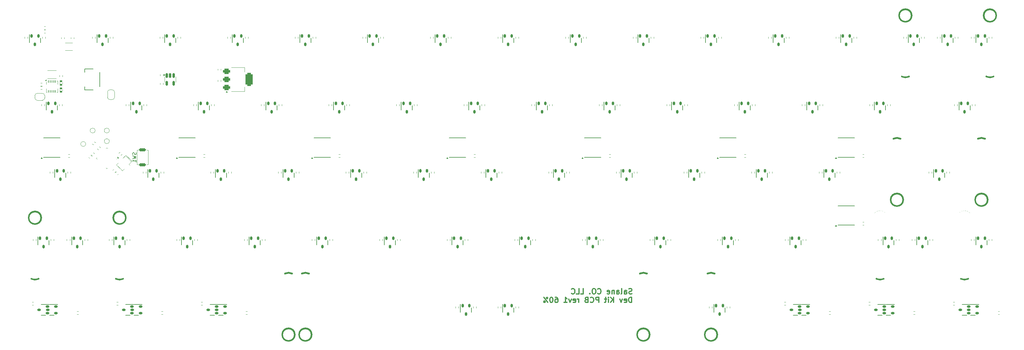
<source format=gbr>
%TF.GenerationSoftware,KiCad,Pcbnew,8.0.6*%
%TF.CreationDate,2024-11-22T06:39:30+07:00*%
%TF.ProjectId,Heart HE 60,48656172-7420-4484-9520-36302e6b6963,rev?*%
%TF.SameCoordinates,Original*%
%TF.FileFunction,Legend,Bot*%
%TF.FilePolarity,Positive*%
%FSLAX46Y46*%
G04 Gerber Fmt 4.6, Leading zero omitted, Abs format (unit mm)*
G04 Created by KiCad (PCBNEW 8.0.6) date 2024-11-22 06:39:30*
%MOMM*%
%LPD*%
G01*
G04 APERTURE LIST*
G04 Aperture macros list*
%AMRoundRect*
0 Rectangle with rounded corners*
0 $1 Rounding radius*
0 $2 $3 $4 $5 $6 $7 $8 $9 X,Y pos of 4 corners*
0 Add a 4 corners polygon primitive as box body*
4,1,4,$2,$3,$4,$5,$6,$7,$8,$9,$2,$3,0*
0 Add four circle primitives for the rounded corners*
1,1,$1+$1,$2,$3*
1,1,$1+$1,$4,$5*
1,1,$1+$1,$6,$7*
1,1,$1+$1,$8,$9*
0 Add four rect primitives between the rounded corners*
20,1,$1+$1,$2,$3,$4,$5,0*
20,1,$1+$1,$4,$5,$6,$7,0*
20,1,$1+$1,$6,$7,$8,$9,0*
20,1,$1+$1,$8,$9,$2,$3,0*%
%AMRotRect*
0 Rectangle, with rotation*
0 The origin of the aperture is its center*
0 $1 length*
0 $2 width*
0 $3 Rotation angle, in degrees counterclockwise*
0 Add horizontal line*
21,1,$1,$2,0,0,$3*%
%AMFreePoly0*
4,1,21,-0.125000,1.200000,0.125000,1.200000,0.125000,1.700000,0.375000,1.700000,0.375000,1.200000,0.825000,1.200000,0.825000,-1.200000,0.375000,-1.200000,0.375000,-1.700000,0.125000,-1.700000,0.125000,-1.200000,-0.125000,-1.200000,-0.125000,-1.700000,-0.375000,-1.700000,-0.375000,-1.200000,-0.825000,-1.200000,-0.825000,1.200000,-0.375000,1.200000,-0.375000,1.700000,-0.125000,1.700000,
-0.125000,1.200000,-0.125000,1.200000,$1*%
%AMFreePoly1*
4,1,19,0.500000,-0.750000,0.000000,-0.750000,0.000000,-0.744911,-0.071157,-0.744911,-0.207708,-0.704816,-0.327430,-0.627875,-0.420627,-0.520320,-0.479746,-0.390866,-0.500000,-0.250000,-0.500000,0.250000,-0.479746,0.390866,-0.420627,0.520320,-0.327430,0.627875,-0.207708,0.704816,-0.071157,0.744911,0.000000,0.744911,0.000000,0.750000,0.500000,0.750000,0.500000,-0.750000,0.500000,-0.750000,
$1*%
%AMFreePoly2*
4,1,19,0.000000,0.744911,0.071157,0.744911,0.207708,0.704816,0.327430,0.627875,0.420627,0.520320,0.479746,0.390866,0.500000,0.250000,0.500000,-0.250000,0.479746,-0.390866,0.420627,-0.520320,0.327430,-0.627875,0.207708,-0.704816,0.071157,-0.744911,0.000000,-0.744911,0.000000,-0.750000,-0.500000,-0.750000,-0.500000,0.750000,0.000000,0.750000,0.000000,0.744911,0.000000,0.744911,
$1*%
G04 Aperture macros list end*
%ADD10C,0.300000*%
%ADD11C,0.150000*%
%ADD12C,0.153000*%
%ADD13C,0.120000*%
%ADD14C,0.500000*%
%ADD15C,1.750000*%
%ADD16RoundRect,0.150000X0.350000X0.150000X-0.350000X0.150000X-0.350000X-0.150000X0.350000X-0.150000X0*%
%ADD17R,0.620000X0.560000*%
%ADD18RoundRect,0.150000X-0.150000X0.350000X-0.150000X-0.350000X0.150000X-0.350000X0.150000X0.350000X0*%
%ADD19C,3.987800*%
%ADD20C,4.048000*%
%ADD21C,3.800000*%
%ADD22R,0.560000X0.620000*%
%ADD23RoundRect,0.200000X-0.800000X0.200000X-0.800000X-0.200000X0.800000X-0.200000X0.800000X0.200000X0*%
%ADD24RotRect,0.560000X0.620000X225.000000*%
%ADD25R,1.000000X0.400000*%
%ADD26RoundRect,0.375000X-0.625000X-0.375000X0.625000X-0.375000X0.625000X0.375000X-0.625000X0.375000X0*%
%ADD27RoundRect,0.500000X-0.500000X-1.400000X0.500000X-1.400000X0.500000X1.400000X-0.500000X1.400000X0*%
%ADD28C,1.000000*%
%ADD29RotRect,0.400000X1.900000X225.000000*%
%ADD30C,3.048000*%
%ADD31RoundRect,0.050000X0.247487X-0.176777X-0.176777X0.247487X-0.247487X0.176777X0.176777X-0.247487X0*%
%ADD32RoundRect,0.050000X0.247487X0.176777X0.176777X0.247487X-0.247487X-0.176777X-0.176777X-0.247487X0*%
%ADD33RotRect,2.900000X2.900000X135.000000*%
%ADD34RotRect,0.560000X0.620000X315.000000*%
%ADD35RoundRect,0.060000X-0.060000X0.240000X-0.060000X-0.240000X0.060000X-0.240000X0.060000X0.240000X0*%
%ADD36FreePoly0,270.000000*%
%ADD37R,1.800000X1.200000*%
%ADD38R,1.550000X0.600000*%
%ADD39RotRect,0.560000X0.620000X135.000000*%
%ADD40R,1.000000X1.500000*%
%ADD41C,0.650000*%
%ADD42R,0.600000X1.450000*%
%ADD43R,0.300000X1.450000*%
%ADD44O,1.000000X1.600000*%
%ADD45O,1.000000X2.100000*%
%ADD46RoundRect,0.150000X-0.150000X0.512500X-0.150000X-0.512500X0.150000X-0.512500X0.150000X0.512500X0*%
%ADD47RoundRect,0.135000X-0.185000X0.135000X-0.185000X-0.135000X0.185000X-0.135000X0.185000X0.135000X0*%
%ADD48RoundRect,0.140000X0.170000X-0.140000X0.170000X0.140000X-0.170000X0.140000X-0.170000X-0.140000X0*%
%ADD49FreePoly1,270.000000*%
%ADD50FreePoly2,270.000000*%
%ADD51FreePoly1,0.000000*%
%ADD52FreePoly2,0.000000*%
%ADD53R,1.140000X2.030000*%
G04 APERTURE END LIST*
D10*
X168216917Y-71625422D02*
X168002632Y-71696850D01*
X168002632Y-71696850D02*
X167645489Y-71696850D01*
X167645489Y-71696850D02*
X167502632Y-71625422D01*
X167502632Y-71625422D02*
X167431203Y-71553993D01*
X167431203Y-71553993D02*
X167359774Y-71411136D01*
X167359774Y-71411136D02*
X167359774Y-71268279D01*
X167359774Y-71268279D02*
X167431203Y-71125422D01*
X167431203Y-71125422D02*
X167502632Y-71053993D01*
X167502632Y-71053993D02*
X167645489Y-70982564D01*
X167645489Y-70982564D02*
X167931203Y-70911136D01*
X167931203Y-70911136D02*
X168074060Y-70839707D01*
X168074060Y-70839707D02*
X168145489Y-70768279D01*
X168145489Y-70768279D02*
X168216917Y-70625422D01*
X168216917Y-70625422D02*
X168216917Y-70482564D01*
X168216917Y-70482564D02*
X168145489Y-70339707D01*
X168145489Y-70339707D02*
X168074060Y-70268279D01*
X168074060Y-70268279D02*
X167931203Y-70196850D01*
X167931203Y-70196850D02*
X167574060Y-70196850D01*
X167574060Y-70196850D02*
X167359774Y-70268279D01*
X166074061Y-71696850D02*
X166074061Y-70911136D01*
X166074061Y-70911136D02*
X166145489Y-70768279D01*
X166145489Y-70768279D02*
X166288346Y-70696850D01*
X166288346Y-70696850D02*
X166574061Y-70696850D01*
X166574061Y-70696850D02*
X166716918Y-70768279D01*
X166074061Y-71625422D02*
X166216918Y-71696850D01*
X166216918Y-71696850D02*
X166574061Y-71696850D01*
X166574061Y-71696850D02*
X166716918Y-71625422D01*
X166716918Y-71625422D02*
X166788346Y-71482564D01*
X166788346Y-71482564D02*
X166788346Y-71339707D01*
X166788346Y-71339707D02*
X166716918Y-71196850D01*
X166716918Y-71196850D02*
X166574061Y-71125422D01*
X166574061Y-71125422D02*
X166216918Y-71125422D01*
X166216918Y-71125422D02*
X166074061Y-71053993D01*
X165145489Y-71696850D02*
X165288346Y-71625422D01*
X165288346Y-71625422D02*
X165359775Y-71482564D01*
X165359775Y-71482564D02*
X165359775Y-70196850D01*
X163931204Y-71696850D02*
X163931204Y-70911136D01*
X163931204Y-70911136D02*
X164002632Y-70768279D01*
X164002632Y-70768279D02*
X164145489Y-70696850D01*
X164145489Y-70696850D02*
X164431204Y-70696850D01*
X164431204Y-70696850D02*
X164574061Y-70768279D01*
X163931204Y-71625422D02*
X164074061Y-71696850D01*
X164074061Y-71696850D02*
X164431204Y-71696850D01*
X164431204Y-71696850D02*
X164574061Y-71625422D01*
X164574061Y-71625422D02*
X164645489Y-71482564D01*
X164645489Y-71482564D02*
X164645489Y-71339707D01*
X164645489Y-71339707D02*
X164574061Y-71196850D01*
X164574061Y-71196850D02*
X164431204Y-71125422D01*
X164431204Y-71125422D02*
X164074061Y-71125422D01*
X164074061Y-71125422D02*
X163931204Y-71053993D01*
X163216918Y-70696850D02*
X163216918Y-71696850D01*
X163216918Y-70839707D02*
X163145489Y-70768279D01*
X163145489Y-70768279D02*
X163002632Y-70696850D01*
X163002632Y-70696850D02*
X162788346Y-70696850D01*
X162788346Y-70696850D02*
X162645489Y-70768279D01*
X162645489Y-70768279D02*
X162574061Y-70911136D01*
X162574061Y-70911136D02*
X162574061Y-71696850D01*
X161288346Y-71625422D02*
X161431203Y-71696850D01*
X161431203Y-71696850D02*
X161716918Y-71696850D01*
X161716918Y-71696850D02*
X161859775Y-71625422D01*
X161859775Y-71625422D02*
X161931203Y-71482564D01*
X161931203Y-71482564D02*
X161931203Y-70911136D01*
X161931203Y-70911136D02*
X161859775Y-70768279D01*
X161859775Y-70768279D02*
X161716918Y-70696850D01*
X161716918Y-70696850D02*
X161431203Y-70696850D01*
X161431203Y-70696850D02*
X161288346Y-70768279D01*
X161288346Y-70768279D02*
X161216918Y-70911136D01*
X161216918Y-70911136D02*
X161216918Y-71053993D01*
X161216918Y-71053993D02*
X161931203Y-71196850D01*
X158574061Y-71553993D02*
X158645489Y-71625422D01*
X158645489Y-71625422D02*
X158859775Y-71696850D01*
X158859775Y-71696850D02*
X159002632Y-71696850D01*
X159002632Y-71696850D02*
X159216918Y-71625422D01*
X159216918Y-71625422D02*
X159359775Y-71482564D01*
X159359775Y-71482564D02*
X159431204Y-71339707D01*
X159431204Y-71339707D02*
X159502632Y-71053993D01*
X159502632Y-71053993D02*
X159502632Y-70839707D01*
X159502632Y-70839707D02*
X159431204Y-70553993D01*
X159431204Y-70553993D02*
X159359775Y-70411136D01*
X159359775Y-70411136D02*
X159216918Y-70268279D01*
X159216918Y-70268279D02*
X159002632Y-70196850D01*
X159002632Y-70196850D02*
X158859775Y-70196850D01*
X158859775Y-70196850D02*
X158645489Y-70268279D01*
X158645489Y-70268279D02*
X158574061Y-70339707D01*
X157645489Y-70196850D02*
X157359775Y-70196850D01*
X157359775Y-70196850D02*
X157216918Y-70268279D01*
X157216918Y-70268279D02*
X157074061Y-70411136D01*
X157074061Y-70411136D02*
X157002632Y-70696850D01*
X157002632Y-70696850D02*
X157002632Y-71196850D01*
X157002632Y-71196850D02*
X157074061Y-71482564D01*
X157074061Y-71482564D02*
X157216918Y-71625422D01*
X157216918Y-71625422D02*
X157359775Y-71696850D01*
X157359775Y-71696850D02*
X157645489Y-71696850D01*
X157645489Y-71696850D02*
X157788347Y-71625422D01*
X157788347Y-71625422D02*
X157931204Y-71482564D01*
X157931204Y-71482564D02*
X158002632Y-71196850D01*
X158002632Y-71196850D02*
X158002632Y-70696850D01*
X158002632Y-70696850D02*
X157931204Y-70411136D01*
X157931204Y-70411136D02*
X157788347Y-70268279D01*
X157788347Y-70268279D02*
X157645489Y-70196850D01*
X156359775Y-71553993D02*
X156288346Y-71625422D01*
X156288346Y-71625422D02*
X156359775Y-71696850D01*
X156359775Y-71696850D02*
X156431203Y-71625422D01*
X156431203Y-71625422D02*
X156359775Y-71553993D01*
X156359775Y-71553993D02*
X156359775Y-71696850D01*
X153788346Y-71696850D02*
X154502632Y-71696850D01*
X154502632Y-71696850D02*
X154502632Y-70196850D01*
X152574060Y-71696850D02*
X153288346Y-71696850D01*
X153288346Y-71696850D02*
X153288346Y-70196850D01*
X151216917Y-71553993D02*
X151288345Y-71625422D01*
X151288345Y-71625422D02*
X151502631Y-71696850D01*
X151502631Y-71696850D02*
X151645488Y-71696850D01*
X151645488Y-71696850D02*
X151859774Y-71625422D01*
X151859774Y-71625422D02*
X152002631Y-71482564D01*
X152002631Y-71482564D02*
X152074060Y-71339707D01*
X152074060Y-71339707D02*
X152145488Y-71053993D01*
X152145488Y-71053993D02*
X152145488Y-70839707D01*
X152145488Y-70839707D02*
X152074060Y-70553993D01*
X152074060Y-70553993D02*
X152002631Y-70411136D01*
X152002631Y-70411136D02*
X151859774Y-70268279D01*
X151859774Y-70268279D02*
X151645488Y-70196850D01*
X151645488Y-70196850D02*
X151502631Y-70196850D01*
X151502631Y-70196850D02*
X151288345Y-70268279D01*
X151288345Y-70268279D02*
X151216917Y-70339707D01*
X168145489Y-74111766D02*
X168145489Y-72611766D01*
X168145489Y-72611766D02*
X167788346Y-72611766D01*
X167788346Y-72611766D02*
X167574060Y-72683195D01*
X167574060Y-72683195D02*
X167431203Y-72826052D01*
X167431203Y-72826052D02*
X167359774Y-72968909D01*
X167359774Y-72968909D02*
X167288346Y-73254623D01*
X167288346Y-73254623D02*
X167288346Y-73468909D01*
X167288346Y-73468909D02*
X167359774Y-73754623D01*
X167359774Y-73754623D02*
X167431203Y-73897480D01*
X167431203Y-73897480D02*
X167574060Y-74040338D01*
X167574060Y-74040338D02*
X167788346Y-74111766D01*
X167788346Y-74111766D02*
X168145489Y-74111766D01*
X166074060Y-74040338D02*
X166216917Y-74111766D01*
X166216917Y-74111766D02*
X166502632Y-74111766D01*
X166502632Y-74111766D02*
X166645489Y-74040338D01*
X166645489Y-74040338D02*
X166716917Y-73897480D01*
X166716917Y-73897480D02*
X166716917Y-73326052D01*
X166716917Y-73326052D02*
X166645489Y-73183195D01*
X166645489Y-73183195D02*
X166502632Y-73111766D01*
X166502632Y-73111766D02*
X166216917Y-73111766D01*
X166216917Y-73111766D02*
X166074060Y-73183195D01*
X166074060Y-73183195D02*
X166002632Y-73326052D01*
X166002632Y-73326052D02*
X166002632Y-73468909D01*
X166002632Y-73468909D02*
X166716917Y-73611766D01*
X165502632Y-73111766D02*
X165145489Y-74111766D01*
X165145489Y-74111766D02*
X164788346Y-73111766D01*
X163074061Y-74111766D02*
X163074061Y-72611766D01*
X162216918Y-74111766D02*
X162859775Y-73254623D01*
X162216918Y-72611766D02*
X163074061Y-73468909D01*
X161574061Y-74111766D02*
X161574061Y-73111766D01*
X161574061Y-72611766D02*
X161645489Y-72683195D01*
X161645489Y-72683195D02*
X161574061Y-72754623D01*
X161574061Y-72754623D02*
X161502632Y-72683195D01*
X161502632Y-72683195D02*
X161574061Y-72611766D01*
X161574061Y-72611766D02*
X161574061Y-72754623D01*
X161074060Y-73111766D02*
X160502632Y-73111766D01*
X160859775Y-72611766D02*
X160859775Y-73897480D01*
X160859775Y-73897480D02*
X160788346Y-74040338D01*
X160788346Y-74040338D02*
X160645489Y-74111766D01*
X160645489Y-74111766D02*
X160502632Y-74111766D01*
X158859775Y-74111766D02*
X158859775Y-72611766D01*
X158859775Y-72611766D02*
X158288346Y-72611766D01*
X158288346Y-72611766D02*
X158145489Y-72683195D01*
X158145489Y-72683195D02*
X158074060Y-72754623D01*
X158074060Y-72754623D02*
X158002632Y-72897480D01*
X158002632Y-72897480D02*
X158002632Y-73111766D01*
X158002632Y-73111766D02*
X158074060Y-73254623D01*
X158074060Y-73254623D02*
X158145489Y-73326052D01*
X158145489Y-73326052D02*
X158288346Y-73397480D01*
X158288346Y-73397480D02*
X158859775Y-73397480D01*
X156502632Y-73968909D02*
X156574060Y-74040338D01*
X156574060Y-74040338D02*
X156788346Y-74111766D01*
X156788346Y-74111766D02*
X156931203Y-74111766D01*
X156931203Y-74111766D02*
X157145489Y-74040338D01*
X157145489Y-74040338D02*
X157288346Y-73897480D01*
X157288346Y-73897480D02*
X157359775Y-73754623D01*
X157359775Y-73754623D02*
X157431203Y-73468909D01*
X157431203Y-73468909D02*
X157431203Y-73254623D01*
X157431203Y-73254623D02*
X157359775Y-72968909D01*
X157359775Y-72968909D02*
X157288346Y-72826052D01*
X157288346Y-72826052D02*
X157145489Y-72683195D01*
X157145489Y-72683195D02*
X156931203Y-72611766D01*
X156931203Y-72611766D02*
X156788346Y-72611766D01*
X156788346Y-72611766D02*
X156574060Y-72683195D01*
X156574060Y-72683195D02*
X156502632Y-72754623D01*
X155359775Y-73326052D02*
X155145489Y-73397480D01*
X155145489Y-73397480D02*
X155074060Y-73468909D01*
X155074060Y-73468909D02*
X155002632Y-73611766D01*
X155002632Y-73611766D02*
X155002632Y-73826052D01*
X155002632Y-73826052D02*
X155074060Y-73968909D01*
X155074060Y-73968909D02*
X155145489Y-74040338D01*
X155145489Y-74040338D02*
X155288346Y-74111766D01*
X155288346Y-74111766D02*
X155859775Y-74111766D01*
X155859775Y-74111766D02*
X155859775Y-72611766D01*
X155859775Y-72611766D02*
X155359775Y-72611766D01*
X155359775Y-72611766D02*
X155216918Y-72683195D01*
X155216918Y-72683195D02*
X155145489Y-72754623D01*
X155145489Y-72754623D02*
X155074060Y-72897480D01*
X155074060Y-72897480D02*
X155074060Y-73040338D01*
X155074060Y-73040338D02*
X155145489Y-73183195D01*
X155145489Y-73183195D02*
X155216918Y-73254623D01*
X155216918Y-73254623D02*
X155359775Y-73326052D01*
X155359775Y-73326052D02*
X155859775Y-73326052D01*
X153216918Y-74111766D02*
X153216918Y-73111766D01*
X153216918Y-73397480D02*
X153145489Y-73254623D01*
X153145489Y-73254623D02*
X153074061Y-73183195D01*
X153074061Y-73183195D02*
X152931203Y-73111766D01*
X152931203Y-73111766D02*
X152788346Y-73111766D01*
X151716918Y-74040338D02*
X151859775Y-74111766D01*
X151859775Y-74111766D02*
X152145490Y-74111766D01*
X152145490Y-74111766D02*
X152288347Y-74040338D01*
X152288347Y-74040338D02*
X152359775Y-73897480D01*
X152359775Y-73897480D02*
X152359775Y-73326052D01*
X152359775Y-73326052D02*
X152288347Y-73183195D01*
X152288347Y-73183195D02*
X152145490Y-73111766D01*
X152145490Y-73111766D02*
X151859775Y-73111766D01*
X151859775Y-73111766D02*
X151716918Y-73183195D01*
X151716918Y-73183195D02*
X151645490Y-73326052D01*
X151645490Y-73326052D02*
X151645490Y-73468909D01*
X151645490Y-73468909D02*
X152359775Y-73611766D01*
X151145490Y-73111766D02*
X150788347Y-74111766D01*
X150788347Y-74111766D02*
X150431204Y-73111766D01*
X149074061Y-74111766D02*
X149931204Y-74111766D01*
X149502633Y-74111766D02*
X149502633Y-72611766D01*
X149502633Y-72611766D02*
X149645490Y-72826052D01*
X149645490Y-72826052D02*
X149788347Y-72968909D01*
X149788347Y-72968909D02*
X149931204Y-73040338D01*
X146645491Y-72611766D02*
X146931205Y-72611766D01*
X146931205Y-72611766D02*
X147074062Y-72683195D01*
X147074062Y-72683195D02*
X147145491Y-72754623D01*
X147145491Y-72754623D02*
X147288348Y-72968909D01*
X147288348Y-72968909D02*
X147359776Y-73254623D01*
X147359776Y-73254623D02*
X147359776Y-73826052D01*
X147359776Y-73826052D02*
X147288348Y-73968909D01*
X147288348Y-73968909D02*
X147216919Y-74040338D01*
X147216919Y-74040338D02*
X147074062Y-74111766D01*
X147074062Y-74111766D02*
X146788348Y-74111766D01*
X146788348Y-74111766D02*
X146645491Y-74040338D01*
X146645491Y-74040338D02*
X146574062Y-73968909D01*
X146574062Y-73968909D02*
X146502633Y-73826052D01*
X146502633Y-73826052D02*
X146502633Y-73468909D01*
X146502633Y-73468909D02*
X146574062Y-73326052D01*
X146574062Y-73326052D02*
X146645491Y-73254623D01*
X146645491Y-73254623D02*
X146788348Y-73183195D01*
X146788348Y-73183195D02*
X147074062Y-73183195D01*
X147074062Y-73183195D02*
X147216919Y-73254623D01*
X147216919Y-73254623D02*
X147288348Y-73326052D01*
X147288348Y-73326052D02*
X147359776Y-73468909D01*
X145574062Y-72611766D02*
X145431205Y-72611766D01*
X145431205Y-72611766D02*
X145288348Y-72683195D01*
X145288348Y-72683195D02*
X145216920Y-72754623D01*
X145216920Y-72754623D02*
X145145491Y-72897480D01*
X145145491Y-72897480D02*
X145074062Y-73183195D01*
X145074062Y-73183195D02*
X145074062Y-73540338D01*
X145074062Y-73540338D02*
X145145491Y-73826052D01*
X145145491Y-73826052D02*
X145216920Y-73968909D01*
X145216920Y-73968909D02*
X145288348Y-74040338D01*
X145288348Y-74040338D02*
X145431205Y-74111766D01*
X145431205Y-74111766D02*
X145574062Y-74111766D01*
X145574062Y-74111766D02*
X145716920Y-74040338D01*
X145716920Y-74040338D02*
X145788348Y-73968909D01*
X145788348Y-73968909D02*
X145859777Y-73826052D01*
X145859777Y-73826052D02*
X145931205Y-73540338D01*
X145931205Y-73540338D02*
X145931205Y-73183195D01*
X145931205Y-73183195D02*
X145859777Y-72897480D01*
X145859777Y-72897480D02*
X145788348Y-72754623D01*
X145788348Y-72754623D02*
X145716920Y-72683195D01*
X145716920Y-72683195D02*
X145574062Y-72611766D01*
X144502634Y-74111766D02*
X143359777Y-72611766D01*
X144288349Y-72611766D02*
X144145491Y-72683195D01*
X144145491Y-72683195D02*
X144074063Y-72826052D01*
X144074063Y-72826052D02*
X144145491Y-72968909D01*
X144145491Y-72968909D02*
X144288349Y-73040338D01*
X144288349Y-73040338D02*
X144431206Y-72968909D01*
X144431206Y-72968909D02*
X144502634Y-72826052D01*
X144502634Y-72826052D02*
X144431206Y-72683195D01*
X144431206Y-72683195D02*
X144288349Y-72611766D01*
X143431206Y-74040338D02*
X143359777Y-73897480D01*
X143359777Y-73897480D02*
X143431206Y-73754623D01*
X143431206Y-73754623D02*
X143574063Y-73683195D01*
X143574063Y-73683195D02*
X143716920Y-73754623D01*
X143716920Y-73754623D02*
X143788349Y-73897480D01*
X143788349Y-73897480D02*
X143716920Y-74040338D01*
X143716920Y-74040338D02*
X143574063Y-74111766D01*
X143574063Y-74111766D02*
X143431206Y-74040338D01*
D11*
X28457200Y-31766667D02*
X28504819Y-31909524D01*
X28504819Y-31909524D02*
X28504819Y-32147619D01*
X28504819Y-32147619D02*
X28457200Y-32242857D01*
X28457200Y-32242857D02*
X28409580Y-32290476D01*
X28409580Y-32290476D02*
X28314342Y-32338095D01*
X28314342Y-32338095D02*
X28219104Y-32338095D01*
X28219104Y-32338095D02*
X28123866Y-32290476D01*
X28123866Y-32290476D02*
X28076247Y-32242857D01*
X28076247Y-32242857D02*
X28028628Y-32147619D01*
X28028628Y-32147619D02*
X27981009Y-31957143D01*
X27981009Y-31957143D02*
X27933390Y-31861905D01*
X27933390Y-31861905D02*
X27885771Y-31814286D01*
X27885771Y-31814286D02*
X27790533Y-31766667D01*
X27790533Y-31766667D02*
X27695295Y-31766667D01*
X27695295Y-31766667D02*
X27600057Y-31814286D01*
X27600057Y-31814286D02*
X27552438Y-31861905D01*
X27552438Y-31861905D02*
X27504819Y-31957143D01*
X27504819Y-31957143D02*
X27504819Y-32195238D01*
X27504819Y-32195238D02*
X27552438Y-32338095D01*
X27504819Y-32671429D02*
X28504819Y-32909524D01*
X28504819Y-32909524D02*
X27790533Y-33100000D01*
X27790533Y-33100000D02*
X28504819Y-33290476D01*
X28504819Y-33290476D02*
X27504819Y-33528572D01*
X28504819Y-34433333D02*
X28504819Y-33861905D01*
X28504819Y-34147619D02*
X27504819Y-34147619D01*
X27504819Y-34147619D02*
X27647676Y-34052381D01*
X27647676Y-34052381D02*
X27742914Y-33957143D01*
X27742914Y-33957143D02*
X27790533Y-33861905D01*
D12*
%TO.C,U74*%
X265973750Y-74640000D02*
X264298750Y-74640000D01*
X263648750Y-74640000D02*
X264298750Y-74640000D01*
X264948750Y-77760000D02*
X264298750Y-77760000D01*
X263648750Y-77760000D02*
X264298750Y-77760000D01*
%TO.C,U68*%
X261267500Y-77760000D02*
X261917500Y-77760000D01*
X262567500Y-77760000D02*
X261917500Y-77760000D01*
X261267500Y-74640000D02*
X261917500Y-74640000D01*
X263592500Y-74640000D02*
X261917500Y-74640000D01*
%TO.C,U50*%
X242161250Y-74640000D02*
X240486250Y-74640000D01*
X239836250Y-74640000D02*
X240486250Y-74640000D01*
X241136250Y-77760000D02*
X240486250Y-77760000D01*
X239836250Y-77760000D02*
X240486250Y-77760000D01*
%TO.C,U39*%
X237455000Y-77760000D02*
X238105000Y-77760000D01*
X238755000Y-77760000D02*
X238105000Y-77760000D01*
X237455000Y-74640000D02*
X238105000Y-74640000D01*
X239780000Y-74640000D02*
X238105000Y-74640000D01*
D13*
%TO.C,C50*%
X247106250Y-56200000D02*
X247106250Y-56600000D01*
X247956250Y-56200000D02*
X247956250Y-56600000D01*
%TO.C,C156*%
X252106250Y-56200000D02*
X252106250Y-56600000D01*
X252956250Y-56200000D02*
X252956250Y-56600000D01*
D14*
%TO.C,U57*%
X239875000Y-50165000D02*
G75*
G02*
X236375000Y-50165000I-1750000J0D01*
G01*
X236375000Y-50165000D02*
G75*
G02*
X239875000Y-50165000I1750000J0D01*
G01*
X263687500Y-50165000D02*
G75*
G02*
X260187500Y-50165000I-1750000J0D01*
G01*
X260187500Y-50165000D02*
G75*
G02*
X263687500Y-50165000I1750000J0D01*
G01*
X239125000Y-67405000D02*
G75*
G02*
X237126051Y-67405525I-1000000J2000000D01*
G01*
X262937500Y-67405000D02*
G75*
G02*
X260938551Y-67405525I-1000000J1999998D01*
G01*
D12*
X248471250Y-57820000D02*
X248471250Y-57170000D01*
X248471250Y-55495000D02*
X248471250Y-57170000D01*
X251591250Y-57820000D02*
X251591250Y-57170000D01*
X251591250Y-56520000D02*
X251591250Y-57170000D01*
D13*
%TO.C,C33*%
X35175000Y950000D02*
X35175000Y550000D01*
X36025000Y950000D02*
X36025000Y550000D01*
%TO.C,C73*%
X159237500Y-56200000D02*
X159237500Y-56600000D01*
X160087500Y-56200000D02*
X160087500Y-56600000D01*
%TO.C,C160*%
X259137500Y-74025000D02*
X258737500Y-74025000D01*
X259137500Y-74875000D02*
X258737500Y-74875000D01*
%TO.C,SW1*%
X28730000Y-31030000D02*
X29030000Y-31030000D01*
X28730000Y-35170000D02*
X28730000Y-31030000D01*
X29030000Y-35170000D02*
X28730000Y-35170000D01*
X31570000Y-31030000D02*
X31870000Y-31030000D01*
X31870000Y-31030000D02*
X31870000Y-35170000D01*
X31870000Y-35170000D02*
X31570000Y-35170000D01*
%TO.C,C60*%
X149712500Y-37150000D02*
X149712500Y-37550000D01*
X150562500Y-37150000D02*
X150562500Y-37550000D01*
%TO.C,C13*%
X21920004Y-36713935D02*
X22202847Y-36431092D01*
X22521045Y-37314976D02*
X22803888Y-37032133D01*
D12*
%TO.C,U25*%
X41302500Y-57170001D02*
X41302500Y-55495000D01*
X41302500Y-57170001D02*
X41302500Y-57820000D01*
X44422500Y-57170001D02*
X44422500Y-56520000D01*
X44422500Y-57170001D02*
X44422500Y-57820000D01*
D13*
%TO.C,C22*%
X21125000Y950000D02*
X21125000Y550000D01*
X21975000Y950000D02*
X21975000Y550000D01*
D12*
%TO.C,U23*%
X46065000Y-19070001D02*
X46065000Y-17395000D01*
X46065000Y-19070001D02*
X46065000Y-19720000D01*
X49185000Y-19070001D02*
X49185000Y-18420000D01*
X49185000Y-19070001D02*
X49185000Y-19720000D01*
D11*
%TO.C,U56*%
X197587500Y-27635938D02*
X192937500Y-27635938D01*
X197587500Y-33085938D02*
X192937500Y-33085938D01*
D13*
X192602500Y-33440938D02*
X192122500Y-33440938D01*
X192362500Y-33110938D01*
X192602500Y-33440938D01*
G36*
X192602500Y-33440938D02*
G01*
X192122500Y-33440938D01*
X192362500Y-33110938D01*
X192602500Y-33440938D01*
G37*
%TO.C,C125*%
X125662500Y-37150000D02*
X125662500Y-37550000D01*
X126512500Y-37150000D02*
X126512500Y-37550000D01*
%TO.C,C23*%
X30650000Y-18100000D02*
X30650000Y-18500000D01*
X31500000Y-18100000D02*
X31500000Y-18500000D01*
%TO.C,U63*%
X59060000Y-7674344D02*
X55300000Y-7674344D01*
X59060000Y-8934344D02*
X59060000Y-7674344D01*
X59060000Y-13234344D02*
X59060000Y-14494344D01*
X59060000Y-14494344D02*
X55300000Y-14494344D01*
X54260000Y-14724344D02*
X53780000Y-14724344D01*
X54020000Y-14394344D01*
X54260000Y-14724344D01*
G36*
X54260000Y-14724344D02*
G01*
X53780000Y-14724344D01*
X54020000Y-14394344D01*
X54260000Y-14724344D01*
G37*
%TO.C,TP3*%
X14300000Y-29334344D02*
G75*
G02*
X12900000Y-29334344I-700000J0D01*
G01*
X12900000Y-29334344D02*
G75*
G02*
X14300000Y-29334344I700000J0D01*
G01*
%TO.C,C18*%
X9218750Y-37150000D02*
X9218750Y-37550000D01*
X10068750Y-37150000D02*
X10068750Y-37550000D01*
%TO.C,C123*%
X163762500Y-37150000D02*
X163762500Y-37550000D01*
X164612500Y-37150000D02*
X164612500Y-37550000D01*
%TO.C,C17*%
X6837500Y-18100000D02*
X6837500Y-18500000D01*
X7687500Y-18100000D02*
X7687500Y-18500000D01*
D12*
%TO.C,U30*%
X69877500Y-38120001D02*
X69877500Y-36445000D01*
X69877500Y-38120001D02*
X69877500Y-38770000D01*
X72997500Y-38120001D02*
X72997500Y-37470000D01*
X72997500Y-38120001D02*
X72997500Y-38770000D01*
D13*
%TO.C,C105*%
X178050000Y-18100000D02*
X178050000Y-18500000D01*
X178900000Y-18100000D02*
X178900000Y-18500000D01*
%TO.C,C99*%
X120900000Y-18100000D02*
X120900000Y-18500000D01*
X121750000Y-18100000D02*
X121750000Y-18500000D01*
%TO.C,R3*%
X10125000Y795344D02*
X10125000Y395344D01*
X10975000Y795344D02*
X10975000Y395344D01*
%TO.C,C122*%
X49462500Y-37150000D02*
X49462500Y-37550000D01*
X50312500Y-37150000D02*
X50312500Y-37550000D01*
%TO.C,C71*%
X183050000Y-18100000D02*
X183050000Y-18500000D01*
X183900000Y-18100000D02*
X183900000Y-18500000D01*
%TO.C,Y1*%
X22927631Y-35175978D02*
X23493316Y-34610293D01*
X24341844Y-36590192D02*
X22927631Y-35175978D01*
X24624687Y-36873034D02*
X24341844Y-36590192D01*
X24766108Y-33337500D02*
X25473215Y-32630394D01*
X25190372Y-36307349D02*
X24624687Y-36873034D01*
X25473215Y-32630394D02*
X26887429Y-34044607D01*
X26746007Y-35317399D02*
X26463165Y-35034557D01*
X27028850Y-33903186D02*
X25614636Y-32488972D01*
X27170271Y-34327450D02*
X26463165Y-35034557D01*
X27170271Y-34327450D02*
X26887429Y-34044607D01*
X27311693Y-34186029D02*
X27028850Y-33903186D01*
D12*
%TO.C,U66*%
X184177500Y-38120001D02*
X184177500Y-36445000D01*
X184177500Y-38120001D02*
X184177500Y-38770000D01*
X187297500Y-38120001D02*
X187297500Y-37470000D01*
X187297500Y-38120001D02*
X187297500Y-38770000D01*
D13*
%TO.C,C44*%
X92325000Y950000D02*
X92325000Y550000D01*
X93175000Y950000D02*
X93175000Y550000D01*
%TO.C,C19*%
X4456250Y-56200000D02*
X4456250Y-56600000D01*
X5306250Y-56200000D02*
X5306250Y-56600000D01*
%TO.C,C5*%
X123662500Y-32210938D02*
X124062500Y-32210938D01*
X123662500Y-33060938D02*
X124062500Y-33060938D01*
D12*
%TO.C,U75*%
X821250Y-55495000D02*
X821250Y-57170000D01*
X821250Y-57820000D02*
X821250Y-57170000D01*
X3941250Y-56520000D02*
X3941250Y-57170000D01*
X3941250Y-57820000D02*
X3941250Y-57170000D01*
D13*
%TO.C,C24*%
X35412500Y-37150000D02*
X35412500Y-37550000D01*
X36262500Y-37150000D02*
X36262500Y-37550000D01*
D12*
%TO.C,U72*%
X203227500Y-38120001D02*
X203227500Y-36445000D01*
X203227500Y-38120001D02*
X203227500Y-38770000D01*
X206347500Y-38120001D02*
X206347500Y-37470000D01*
X206347500Y-38120001D02*
X206347500Y-38770000D01*
D13*
%TO.C,C117*%
X1837500Y-18100000D02*
X1837500Y-18500000D01*
X2687500Y-18100000D02*
X2687500Y-18500000D01*
%TO.C,C30*%
X54462500Y-37150000D02*
X54462500Y-37550000D01*
X55312500Y-37150000D02*
X55312500Y-37550000D01*
D12*
%TO.C,U79*%
X215872500Y-57170001D02*
X215872500Y-57820000D01*
X215872500Y-57170001D02*
X215872500Y-56520000D01*
X212752500Y-57170001D02*
X212752500Y-57820000D01*
X212752500Y-57170001D02*
X212752500Y-55495000D01*
D13*
%TO.C,C128*%
X68512500Y-37150000D02*
X68512500Y-37550000D01*
X69362500Y-37150000D02*
X69362500Y-37550000D01*
%TO.C,C56*%
X254250000Y950000D02*
X254250000Y550000D01*
X255100000Y950000D02*
X255100000Y550000D01*
D11*
%TO.C,U45*%
X121387500Y-27635938D02*
X116737500Y-27635938D01*
X121387500Y-33085938D02*
X116737500Y-33085938D01*
D13*
X116402500Y-33440938D02*
X115922500Y-33440938D01*
X116162500Y-33110938D01*
X116402500Y-33440938D01*
G36*
X116402500Y-33440938D02*
G01*
X115922500Y-33440938D01*
X116162500Y-33110938D01*
X116402500Y-33440938D01*
G37*
%TO.C,C35*%
X68750000Y-18100000D02*
X68750000Y-18500000D01*
X69600000Y-18100000D02*
X69600000Y-18500000D01*
%TO.C,C36*%
X73512500Y-37150000D02*
X73512500Y-37550000D01*
X74362500Y-37150000D02*
X74362500Y-37550000D01*
D12*
%TO.C,U55*%
X136552500Y-57170001D02*
X136552500Y-55495000D01*
X136552500Y-57170001D02*
X136552500Y-57820000D01*
X139672500Y-57170001D02*
X139672500Y-56520000D01*
X139672500Y-57170001D02*
X139672500Y-57820000D01*
D13*
%TO.C,C58*%
X135425000Y950000D02*
X135425000Y550000D01*
X136275000Y950000D02*
X136275000Y550000D01*
D12*
%TO.C,U82*%
X227040000Y-20001D02*
X227040000Y1655000D01*
X227040000Y-20001D02*
X227040000Y-670000D01*
X230160000Y-20001D02*
X230160000Y630000D01*
X230160000Y-20001D02*
X230160000Y-670000D01*
D13*
%TO.C,C173*%
X271368750Y-77475000D02*
X271768750Y-77475000D01*
X271368750Y-76625000D02*
X271768750Y-76625000D01*
D12*
%TO.C,U77*%
X217515000Y-19070001D02*
X217515000Y-17395000D01*
X217515000Y-19070001D02*
X217515000Y-19720000D01*
X220635000Y-19070001D02*
X220635000Y-18420000D01*
X220635000Y-19070001D02*
X220635000Y-19720000D01*
D13*
%TO.C,C75*%
X244725000Y950000D02*
X244725000Y550000D01*
X245575000Y950000D02*
X245575000Y550000D01*
%TO.C,C171*%
X59437500Y-76625000D02*
X59837500Y-76625000D01*
X59437500Y-77475000D02*
X59837500Y-77475000D01*
%TO.C,C129*%
X87562500Y-37150000D02*
X87562500Y-37550000D01*
X88412500Y-37150000D02*
X88412500Y-37550000D01*
%TO.C,C176*%
X223743750Y-76625000D02*
X224143750Y-76625000D01*
X223743750Y-77475000D02*
X224143750Y-77475000D01*
%TO.C,C127*%
X30412500Y-37150000D02*
X30412500Y-37550000D01*
X31262500Y-37150000D02*
X31262500Y-37550000D01*
D12*
%TO.C,U58*%
X150840000Y-20001D02*
X150840000Y1655000D01*
X150840000Y-20001D02*
X150840000Y-670000D01*
X153960000Y-20001D02*
X153960000Y630000D01*
X153960000Y-20001D02*
X153960000Y-670000D01*
%TO.C,U31*%
X60352500Y-57170001D02*
X60352500Y-55495000D01*
X60352500Y-57170001D02*
X60352500Y-57820000D01*
X63472500Y-57170001D02*
X63472500Y-56520000D01*
X63472500Y-57170001D02*
X63472500Y-57820000D01*
%TO.C,U89*%
X260377500Y-17395000D02*
X260377500Y-19070000D01*
X260377500Y-19720000D02*
X260377500Y-19070000D01*
X263497500Y-18420000D02*
X263497500Y-19070000D01*
X263497500Y-19720000D02*
X263497500Y-19070000D01*
%TO.C,U37*%
X79402500Y-57170001D02*
X79402500Y-55495000D01*
X79402500Y-57170001D02*
X79402500Y-57820000D01*
X82522500Y-57170001D02*
X82522500Y-56520000D01*
X82522500Y-57170001D02*
X82522500Y-57820000D01*
%TO.C,U18*%
X31777500Y-38120001D02*
X31777500Y-36445000D01*
X31777500Y-38120001D02*
X31777500Y-38770000D01*
X34897500Y-38120001D02*
X34897500Y-37470000D01*
X34897500Y-38120001D02*
X34897500Y-38770000D01*
D13*
%TO.C,C66*%
X168762500Y-37150000D02*
X168762500Y-37550000D01*
X169612500Y-37150000D02*
X169612500Y-37550000D01*
%TO.C,C141*%
X58987500Y-56200000D02*
X58987500Y-56600000D01*
X59837500Y-56200000D02*
X59837500Y-56600000D01*
D12*
%TO.C,U65*%
X179415000Y-19070001D02*
X179415000Y-17395000D01*
X179415000Y-19070001D02*
X179415000Y-19720000D01*
X182535000Y-19070001D02*
X182535000Y-18420000D01*
X182535000Y-19070001D02*
X182535000Y-19720000D01*
D13*
%TO.C,C72*%
X187812500Y-37150000D02*
X187812500Y-37550000D01*
X188662500Y-37150000D02*
X188662500Y-37550000D01*
%TO.C,C41*%
X87800000Y-18100000D02*
X87800000Y-18500000D01*
X88650000Y-18100000D02*
X88650000Y-18500000D01*
%TO.C,C95*%
X264012500Y-18100000D02*
X264012500Y-18500000D01*
X264862500Y-18100000D02*
X264862500Y-18500000D01*
D12*
%TO.C,U10*%
X-1560000Y-20001D02*
X-1560000Y1655000D01*
X-1560000Y-20001D02*
X-1560000Y-670000D01*
X1560000Y-20001D02*
X1560000Y630000D01*
X1560000Y-20001D02*
X1560000Y-670000D01*
D13*
%TO.C,C34*%
X59225000Y950000D02*
X59225000Y550000D01*
X60075000Y950000D02*
X60075000Y550000D01*
%TO.C,C155*%
X85562500Y-32210938D02*
X85962500Y-32210938D01*
X85562500Y-33060938D02*
X85962500Y-33060938D01*
%TO.C,C151*%
X233200000Y-32210938D02*
X233600000Y-32210938D01*
X233200000Y-33060938D02*
X233600000Y-33060938D01*
D12*
%TO.C,U26*%
X49336250Y-74640000D02*
X49986250Y-74640000D01*
X49336250Y-77760000D02*
X49986250Y-77760000D01*
X50636250Y-77760000D02*
X49986250Y-77760000D01*
X51661250Y-74640000D02*
X49986250Y-74640000D01*
%TO.C,U12*%
X5583750Y-36445000D02*
X5583750Y-38120000D01*
X5583750Y-38770000D02*
X5583750Y-38120000D01*
X8703750Y-37470000D02*
X8703750Y-38120000D01*
X8703750Y-38770000D02*
X8703750Y-38120000D01*
D13*
%TO.C,C28*%
X40175000Y950000D02*
X40175000Y550000D01*
X41025000Y950000D02*
X41025000Y550000D01*
D12*
%TO.C,U83*%
X236565000Y-19070001D02*
X236565000Y-17395000D01*
X236565000Y-19070001D02*
X236565000Y-19720000D01*
X239685000Y-19070001D02*
X239685000Y-18420000D01*
X239685000Y-19070001D02*
X239685000Y-19720000D01*
D13*
%TO.C,C140*%
X135187500Y-56200000D02*
X135187500Y-56600000D01*
X136037500Y-56200000D02*
X136037500Y-56600000D01*
D12*
%TO.C,U33*%
X10346250Y-55495000D02*
X10346250Y-57170000D01*
X10346250Y-57820000D02*
X10346250Y-57170000D01*
X13466250Y-56520000D02*
X13466250Y-57170000D01*
X13466250Y-57820000D02*
X13466250Y-57170000D01*
D14*
X1000000Y-67405000D02*
G75*
G02*
X-998949Y-67405525I-1000000J2000000D01*
G01*
X24812500Y-67405000D02*
G75*
G02*
X22813551Y-67405525I-1000000J1999998D01*
G01*
X1750000Y-50165000D02*
G75*
G02*
X-1750000Y-50165000I-1750000J0D01*
G01*
X-1750000Y-50165000D02*
G75*
G02*
X1750000Y-50165000I1750000J0D01*
G01*
X25562500Y-50165000D02*
G75*
G02*
X22062500Y-50165000I-1750000J0D01*
G01*
X22062500Y-50165000D02*
G75*
G02*
X25562500Y-50165000I1750000J0D01*
G01*
D13*
%TO.C,C96*%
X101850000Y-18100000D02*
X101850000Y-18500000D01*
X102700000Y-18100000D02*
X102700000Y-18500000D01*
%TO.C,U27*%
X17256634Y-33337500D02*
X17504122Y-33584987D01*
X17504122Y-33090013D02*
X17256634Y-33337500D01*
X19993138Y-30600997D02*
X20240625Y-30353509D01*
X20240625Y-30353509D02*
X20488112Y-30600997D01*
X20240625Y-36321491D02*
X19993138Y-36074003D01*
X20488112Y-36074003D02*
X20240625Y-36321491D01*
X23054910Y-33507206D02*
X22977128Y-33584987D01*
X23627666Y-33273860D02*
X23224616Y-33337500D01*
X23288255Y-32934449D01*
X23627666Y-33273860D01*
G36*
X23627666Y-33273860D02*
G01*
X23224616Y-33337500D01*
X23288255Y-32934449D01*
X23627666Y-33273860D01*
G37*
%TO.C,C43*%
X63987500Y-56200000D02*
X63987500Y-56600000D01*
X64837500Y-56200000D02*
X64837500Y-56600000D01*
%TO.C,C2*%
X9362500Y-32210938D02*
X9762500Y-32210938D01*
X9362500Y-33060938D02*
X9762500Y-33060938D01*
%TO.C,C93*%
X25650000Y-18100000D02*
X25650000Y-18500000D01*
X26500000Y-18100000D02*
X26500000Y-18500000D01*
%TO.C,C130*%
X4218750Y-37150000D02*
X4218750Y-37550000D01*
X5068750Y-37150000D02*
X5068750Y-37550000D01*
%TO.C,C14*%
X1962500Y-13071875D02*
X1562500Y-13071875D01*
X1962500Y-13921875D02*
X1562500Y-13921875D01*
%TO.C,C89*%
X240200000Y-18100000D02*
X240200000Y-18500000D01*
X241050000Y-18100000D02*
X241050000Y-18500000D01*
%TO.C,C177*%
X135425000Y-75250000D02*
X135425000Y-75650000D01*
X136275000Y-75250000D02*
X136275000Y-75650000D01*
%TO.C,C63*%
X149475000Y950000D02*
X149475000Y550000D01*
X150325000Y950000D02*
X150325000Y550000D01*
%TO.C,C88*%
X230675000Y950000D02*
X230675000Y550000D01*
X231525000Y950000D02*
X231525000Y550000D01*
D11*
%TO.C,U51*%
X159487500Y-27635938D02*
X154837500Y-27635938D01*
X159487500Y-33085938D02*
X154837500Y-33085938D01*
D13*
X154502500Y-33440938D02*
X154022500Y-33440938D01*
X154262500Y-33110938D01*
X154502500Y-33440938D01*
G36*
X154502500Y-33440938D02*
G01*
X154022500Y-33440938D01*
X154262500Y-33110938D01*
X154502500Y-33440938D01*
G37*
D12*
%TO.C,U17*%
X27015000Y-19070001D02*
X27015000Y-17395000D01*
X27015000Y-19070001D02*
X27015000Y-19720000D01*
X30135000Y-19070001D02*
X30135000Y-18420000D01*
X30135000Y-19070001D02*
X30135000Y-19720000D01*
D13*
%TO.C,C4*%
X233200000Y-51360938D02*
X233600000Y-51360938D01*
X233200000Y-52210938D02*
X233600000Y-52210938D01*
%TO.C,C37*%
X44937500Y-56200000D02*
X44937500Y-56600000D01*
X45787500Y-56200000D02*
X45787500Y-56600000D01*
%TO.C,TP4*%
X20940625Y-28537500D02*
G75*
G02*
X19540625Y-28537500I-700000J0D01*
G01*
X19540625Y-28537500D02*
G75*
G02*
X20940625Y-28537500I700000J0D01*
G01*
%TO.C,C137*%
X192337500Y-56200000D02*
X192337500Y-56600000D01*
X193187500Y-56200000D02*
X193187500Y-56600000D01*
%TO.C,C168*%
X13981250Y-56200000D02*
X13981250Y-56600000D01*
X14831250Y-56200000D02*
X14831250Y-56600000D01*
D12*
%TO.C,U3*%
X255615000Y1655000D02*
X255615000Y-20000D01*
X255615000Y-670000D02*
X255615000Y-20000D01*
X258735000Y630000D02*
X258735000Y-20000D01*
X258735000Y-670000D02*
X258735000Y-20000D01*
D14*
X246268750Y-10255000D02*
G75*
G02*
X244269801Y-10255525I-1000000J2000000D01*
G01*
X270081250Y-10255000D02*
G75*
G02*
X268082301Y-10255525I-1000000J1999998D01*
G01*
X247018750Y6985000D02*
G75*
G02*
X243518750Y6985000I-1750000J0D01*
G01*
X243518750Y6985000D02*
G75*
G02*
X247018750Y6985000I1750000J0D01*
G01*
X270831250Y6985000D02*
G75*
G02*
X267331250Y6985000I-1750000J0D01*
G01*
X267331250Y6985000D02*
G75*
G02*
X270831250Y6985000I1750000J0D01*
G01*
D13*
%TO.C,C113*%
X251868750Y-37150000D02*
X251868750Y-37550000D01*
X252718750Y-37150000D02*
X252718750Y-37550000D01*
%TO.C,C10*%
X17818785Y-30951015D02*
X17535942Y-30668172D01*
X18419826Y-30349974D02*
X18136983Y-30067131D01*
D11*
%TO.C,U62*%
X230925000Y-27635938D02*
X226275000Y-27635938D01*
X230925000Y-33085938D02*
X226275000Y-33085938D01*
D13*
X225940000Y-33440938D02*
X225460000Y-33440938D01*
X225700000Y-33110938D01*
X225940000Y-33440938D01*
G36*
X225940000Y-33440938D02*
G01*
X225460000Y-33440938D01*
X225700000Y-33110938D01*
X225940000Y-33440938D01*
G37*
%TO.C,C52*%
X116375000Y950000D02*
X116375000Y550000D01*
X117225000Y950000D02*
X117225000Y550000D01*
%TO.C,C51*%
X-2925000Y950000D02*
X-2925000Y550000D01*
X-2075000Y950000D02*
X-2075000Y550000D01*
%TO.C,C85*%
X197337500Y-56200000D02*
X197337500Y-56600000D01*
X198187500Y-56200000D02*
X198187500Y-56600000D01*
%TO.C,C31*%
X25887500Y-56200000D02*
X25887500Y-56600000D01*
X26737500Y-56200000D02*
X26737500Y-56600000D01*
%TO.C,C124*%
X144712500Y-37150000D02*
X144712500Y-37550000D01*
X145562500Y-37150000D02*
X145562500Y-37550000D01*
D12*
%TO.C,U34*%
X74640000Y-20001D02*
X74640000Y1655000D01*
X74640000Y-20001D02*
X74640000Y-670000D01*
X77760000Y-20001D02*
X77760000Y630000D01*
X77760000Y-20001D02*
X77760000Y-670000D01*
%TO.C,U35*%
X84165000Y-19070001D02*
X84165000Y-17395000D01*
X84165000Y-19070001D02*
X84165000Y-19720000D01*
X87285000Y-19070001D02*
X87285000Y-18420000D01*
X87285000Y-19070001D02*
X87285000Y-19720000D01*
D13*
%TO.C,C53*%
X125900000Y-18100000D02*
X125900000Y-18500000D01*
X126750000Y-18100000D02*
X126750000Y-18500000D01*
%TO.C,C80*%
X225675000Y950000D02*
X225675000Y550000D01*
X226525000Y950000D02*
X226525000Y550000D01*
%TO.C,C107*%
X242581250Y-56200000D02*
X242581250Y-56600000D01*
X243431250Y-56200000D02*
X243431250Y-56600000D01*
%TO.C,C139*%
X154237500Y-56200000D02*
X154237500Y-56600000D01*
X155087500Y-56200000D02*
X155087500Y-56600000D01*
%TO.C,C6*%
X47462500Y-32210938D02*
X47862500Y-32210938D01*
X47462500Y-33060938D02*
X47862500Y-33060938D01*
%TO.C,C7*%
X6937500Y-10296875D02*
X6937500Y-9896875D01*
X7787500Y-10296875D02*
X7787500Y-9896875D01*
%TO.C,C143*%
X97087500Y-56200000D02*
X97087500Y-56600000D01*
X97937500Y-56200000D02*
X97937500Y-56600000D01*
%TO.C,C111*%
X197100000Y-18100000D02*
X197100000Y-18500000D01*
X197950000Y-18100000D02*
X197950000Y-18500000D01*
D12*
%TO.C,U6*%
X51717500Y-74640000D02*
X52367500Y-74640000D01*
X51717500Y-77760000D02*
X52367500Y-77760000D01*
X53017500Y-77760000D02*
X52367500Y-77760000D01*
X54042500Y-74640000D02*
X52367500Y-74640000D01*
D13*
%TO.C,C76*%
X192575000Y950000D02*
X192575000Y550000D01*
X193425000Y950000D02*
X193425000Y550000D01*
%TO.C,U85*%
X3152500Y-12461875D02*
X3152500Y-11776875D01*
X3152500Y-14706875D02*
X3152500Y-13731875D01*
X3382500Y-14706875D02*
X3152500Y-14706875D01*
X6372500Y-11486875D02*
X6142500Y-11486875D01*
X6372500Y-12461875D02*
X6372500Y-11486875D01*
X6372500Y-14706875D02*
X6142500Y-14706875D01*
X6372500Y-14706875D02*
X6372500Y-13731875D01*
X3152500Y-11456875D02*
X2872500Y-11456875D01*
X3152500Y-11176875D01*
X3152500Y-11456875D01*
G36*
X3152500Y-11456875D02*
G01*
X2872500Y-11456875D01*
X3152500Y-11176875D01*
X3152500Y-11456875D01*
G37*
%TO.C,C169*%
X11812500Y-76625000D02*
X12212500Y-76625000D01*
X11812500Y-77475000D02*
X12212500Y-77475000D01*
%TO.C,C45*%
X111375000Y950000D02*
X111375000Y550000D01*
X112225000Y950000D02*
X112225000Y550000D01*
%TO.C,C67*%
X140187500Y-56200000D02*
X140187500Y-56600000D01*
X141037500Y-56200000D02*
X141037500Y-56600000D01*
%TO.C,C133*%
X39937500Y-56200000D02*
X39937500Y-56600000D01*
X40787500Y-56200000D02*
X40787500Y-56600000D01*
%TO.C,C29*%
X49700000Y-18100000D02*
X49700000Y-18500000D01*
X50550000Y-18100000D02*
X50550000Y-18500000D01*
D12*
%TO.C,U36*%
X88927500Y-38120001D02*
X88927500Y-36445000D01*
X88927500Y-38120001D02*
X88927500Y-38770000D01*
X92047500Y-38120001D02*
X92047500Y-37470000D01*
X92047500Y-38120001D02*
X92047500Y-38770000D01*
%TO.C,U70*%
X188940000Y-20001D02*
X188940000Y1655000D01*
X188940000Y-20001D02*
X188940000Y-670000D01*
X192060000Y-20001D02*
X192060000Y630000D01*
X192060000Y-20001D02*
X192060000Y-670000D01*
%TO.C,U8*%
X213642500Y-74640000D02*
X214292500Y-74640000D01*
X213642500Y-77760000D02*
X214292500Y-77760000D01*
X214942500Y-77760000D02*
X214292500Y-77760000D01*
X215967500Y-74640000D02*
X214292500Y-74640000D01*
%TO.C,U43*%
X98452500Y-57170001D02*
X98452500Y-55495000D01*
X98452500Y-57170001D02*
X98452500Y-57820000D01*
X101572500Y-57170001D02*
X101572500Y-56520000D01*
X101572500Y-57170001D02*
X101572500Y-57820000D01*
%TO.C,U15*%
X191321250Y-74545000D02*
X191321250Y-76220000D01*
X191321250Y-76870000D02*
X191321250Y-76220000D01*
X194441250Y-75570000D02*
X194441250Y-76220000D01*
X194441250Y-76870000D02*
X194441250Y-76220000D01*
D13*
%TO.C,R2*%
X7374999Y795344D02*
X7374999Y395344D01*
X8224999Y795344D02*
X8224999Y395344D01*
%TO.C,C79*%
X178287500Y-56200000D02*
X178287500Y-56600000D01*
X179137500Y-56200000D02*
X179137500Y-56600000D01*
D12*
%TO.C,U52*%
X131790000Y-20001D02*
X131790000Y1655000D01*
X131790000Y-20001D02*
X131790000Y-670000D01*
X134910000Y-20001D02*
X134910000Y630000D01*
X134910000Y-20001D02*
X134910000Y-670000D01*
%TO.C,U97*%
X265140000Y-57170001D02*
X265140000Y-55495000D01*
X265140000Y-57170001D02*
X265140000Y-57820000D01*
X268260000Y-57170001D02*
X268260000Y-56520000D01*
X268260000Y-57170001D02*
X268260000Y-57820000D01*
%TO.C,U22*%
X36540000Y-20001D02*
X36540000Y1655000D01*
X36540000Y-20001D02*
X36540000Y-670000D01*
X39660000Y-20001D02*
X39660000Y630000D01*
X39660000Y-20001D02*
X39660000Y-670000D01*
D13*
%TO.C,C97*%
X216387500Y-56200000D02*
X216387500Y-56600000D01*
X217237500Y-56200000D02*
X217237500Y-56600000D01*
D12*
%TO.C,U5*%
X27905000Y-74640000D02*
X28555000Y-74640000D01*
X27905000Y-77760000D02*
X28555000Y-77760000D01*
X29205000Y-77760000D02*
X28555000Y-77760000D01*
X30230000Y-74640000D02*
X28555000Y-74640000D01*
%TO.C,U67*%
X174652500Y-57170001D02*
X174652500Y-55495000D01*
X174652500Y-57170001D02*
X174652500Y-57820000D01*
X177772500Y-57170001D02*
X177772500Y-56520000D01*
X177772500Y-57170001D02*
X177772500Y-57820000D01*
D13*
%TO.C,C126*%
X106612500Y-37150000D02*
X106612500Y-37550000D01*
X107462500Y-37150000D02*
X107462500Y-37550000D01*
D12*
%TO.C,U54*%
X146077500Y-38120001D02*
X146077500Y-36445000D01*
X146077500Y-38120001D02*
X146077500Y-38770000D01*
X149197500Y-38120001D02*
X149197500Y-37470000D01*
X149197500Y-38120001D02*
X149197500Y-38770000D01*
%TO.C,U53*%
X141315000Y-19070001D02*
X141315000Y-17395000D01*
X141315000Y-19070001D02*
X141315000Y-19720000D01*
X144435000Y-19070001D02*
X144435000Y-18420000D01*
X144435000Y-19070001D02*
X144435000Y-19720000D01*
D13*
%TO.C,C64*%
X154475000Y950000D02*
X154475000Y550000D01*
X155325000Y950000D02*
X155325000Y550000D01*
D12*
%TO.C,U29*%
X65115000Y-19070001D02*
X65115000Y-17395000D01*
X65115000Y-19070001D02*
X65115000Y-19720000D01*
X68235000Y-19070001D02*
X68235000Y-18420000D01*
X68235000Y-19070001D02*
X68235000Y-19720000D01*
D13*
%TO.C,C49*%
X83037500Y-56200000D02*
X83037500Y-56600000D01*
X83887500Y-56200000D02*
X83887500Y-56600000D01*
%TO.C,C82*%
X211625000Y950000D02*
X211625000Y550000D01*
X212475000Y950000D02*
X212475000Y550000D01*
%TO.C,C138*%
X173287500Y-56200000D02*
X173287500Y-56600000D01*
X174137500Y-56200000D02*
X174137500Y-56600000D01*
D11*
%TO.C,J2*%
X14013610Y-8084344D02*
X14013610Y-9084344D01*
X14013610Y-13084344D02*
X14013610Y-14084344D01*
X14013610Y-14084344D02*
X16413610Y-14084344D01*
X16413610Y-8084344D02*
X14013610Y-8084344D01*
X18213610Y-13084344D02*
X18213610Y-9084344D01*
D12*
%TO.C,U14*%
X1711250Y-74640000D02*
X2361250Y-74640000D01*
X1711250Y-77760000D02*
X2361250Y-77760000D01*
X3011250Y-77760000D02*
X2361250Y-77760000D01*
X4036250Y-74640000D02*
X2361250Y-74640000D01*
D13*
%TO.C,C55*%
X102087500Y-56200000D02*
X102087500Y-56600000D01*
X102937500Y-56200000D02*
X102937500Y-56600000D01*
%TO.C,C38*%
X54225000Y950000D02*
X54225000Y550000D01*
X55075000Y950000D02*
X55075000Y550000D01*
D12*
%TO.C,U40*%
X93690000Y-20001D02*
X93690000Y1655000D01*
X93690000Y-20001D02*
X93690000Y-670000D01*
X96810000Y-20001D02*
X96810000Y630000D01*
X96810000Y-20001D02*
X96810000Y-670000D01*
D13*
%TO.C,C158*%
X211512500Y-74025000D02*
X211112500Y-74025000D01*
X211512500Y-74875000D02*
X211112500Y-74875000D01*
%TO.C,R35*%
X15838885Y-32365228D02*
X16121728Y-32648071D01*
X16439926Y-31764187D02*
X16722769Y-32047030D01*
%TO.C,C46*%
X97325000Y950000D02*
X97325000Y550000D01*
X98175000Y950000D02*
X98175000Y550000D01*
%TO.C,C69*%
X187575000Y950000D02*
X187575000Y550000D01*
X188425000Y950000D02*
X188425000Y550000D01*
%TO.C,C149*%
X47206250Y-74025000D02*
X46806250Y-74025000D01*
X47206250Y-74875000D02*
X46806250Y-74875000D01*
%TO.C,C1*%
X2550000Y2924999D02*
X2950000Y2924999D01*
X2550000Y2074999D02*
X2950000Y2074999D01*
%TO.C,C74*%
X206625000Y950000D02*
X206625000Y550000D01*
X207475000Y950000D02*
X207475000Y550000D01*
D11*
%TO.C,U2*%
X7087500Y-27635938D02*
X2437500Y-27635938D01*
X7087500Y-33085938D02*
X2437500Y-33085938D01*
D13*
X2102500Y-33440938D02*
X1622500Y-33440938D01*
X1862500Y-33110938D01*
X2102500Y-33440938D01*
G36*
X2102500Y-33440938D02*
G01*
X1622500Y-33440938D01*
X1862500Y-33110938D01*
X2102500Y-33440938D01*
G37*
%TO.C,C163*%
X130425000Y-75250000D02*
X130425000Y-75650000D01*
X131275000Y-75250000D02*
X131275000Y-75650000D01*
%TO.C,C32*%
X35275000Y-12484344D02*
X35275000Y-12084344D01*
X36125000Y-12484344D02*
X36125000Y-12084344D01*
D12*
%TO.C,U47*%
X122265000Y-19070001D02*
X122265000Y-17395000D01*
X122265000Y-19070001D02*
X122265000Y-19720000D01*
X125385000Y-19070001D02*
X125385000Y-18420000D01*
X125385000Y-19070001D02*
X125385000Y-19720000D01*
D13*
%TO.C,C112*%
X216150000Y-18100000D02*
X216150000Y-18500000D01*
X217000000Y-18100000D02*
X217000000Y-18500000D01*
%TO.C,C68*%
X168525000Y950000D02*
X168525000Y550000D01*
X169375000Y950000D02*
X169375000Y550000D01*
%TO.C,C27*%
X16125000Y950000D02*
X16125000Y550000D01*
X16975000Y950000D02*
X16975000Y550000D01*
%TO.C,R1*%
X2550000Y3924999D02*
X2950000Y3924999D01*
X2550000Y3074999D02*
X2950000Y3074999D01*
D12*
%TO.C,U71*%
X198465000Y-19070001D02*
X198465000Y-17395000D01*
X198465000Y-19070001D02*
X198465000Y-19720000D01*
X201585000Y-19070001D02*
X201585000Y-18420000D01*
X201585000Y-19070001D02*
X201585000Y-19720000D01*
D13*
%TO.C,C94*%
X249725000Y950000D02*
X249725000Y550000D01*
X250575000Y950000D02*
X250575000Y550000D01*
%TO.C,C15*%
X259250000Y950000D02*
X259250000Y550000D01*
X260100000Y950000D02*
X260100000Y550000D01*
%TO.C,L1*%
X3512500Y-8586875D02*
X6012500Y-8586875D01*
X6012500Y-10806875D02*
X3512500Y-10806875D01*
%TO.C,C142*%
X78037500Y-56200000D02*
X78037500Y-56600000D01*
X78887500Y-56200000D02*
X78887500Y-56600000D01*
%TO.C,C20*%
X1962500Y-12071875D02*
X1562500Y-12071875D01*
X1962500Y-12921875D02*
X1562500Y-12921875D01*
D12*
%TO.C,U80*%
X22252500Y-57170001D02*
X22252500Y-55495000D01*
X22252500Y-57170001D02*
X22252500Y-57820000D01*
X25372500Y-57170001D02*
X25372500Y-56520000D01*
X25372500Y-57170001D02*
X25372500Y-57820000D01*
D13*
%TO.C,C90*%
X256868750Y-37150000D02*
X256868750Y-37550000D01*
X257718750Y-37150000D02*
X257718750Y-37550000D01*
%TO.C,C114*%
X235200000Y-18100000D02*
X235200000Y-18500000D01*
X236050000Y-18100000D02*
X236050000Y-18500000D01*
%TO.C,U19*%
X36540000Y-10284344D02*
X36540000Y-11084344D01*
X36540000Y-11884344D02*
X36540000Y-11084344D01*
X39660000Y-10284344D02*
X39660000Y-11084344D01*
X39660000Y-11884344D02*
X39660000Y-11084344D01*
X36590000Y-9784344D02*
X36260000Y-10024344D01*
X36260000Y-9544344D01*
X36590000Y-9784344D01*
G36*
X36590000Y-9784344D02*
G01*
X36260000Y-10024344D01*
X36260000Y-9544344D01*
X36590000Y-9784344D01*
G37*
D12*
%TO.C,U28*%
X55590000Y-20001D02*
X55590000Y1655000D01*
X55590000Y-20001D02*
X55590000Y-670000D01*
X58710000Y-20001D02*
X58710000Y630000D01*
X58710000Y-20001D02*
X58710000Y-670000D01*
D13*
%TO.C,C172*%
X247556250Y-77475000D02*
X247956250Y-77475000D01*
X247556250Y-76625000D02*
X247956250Y-76625000D01*
%TO.C,C92*%
X82800000Y-18100000D02*
X82800000Y-18500000D01*
X83650000Y-18100000D02*
X83650000Y-18500000D01*
%TO.C,C101*%
X139950000Y-18100000D02*
X139950000Y-18500000D01*
X140800000Y-18100000D02*
X140800000Y-18500000D01*
D12*
%TO.C,U94*%
X265140000Y-20001D02*
X265140000Y1655000D01*
X265140000Y-20001D02*
X265140000Y-670000D01*
X268260000Y-20001D02*
X268260000Y630000D01*
X268260000Y-20001D02*
X268260000Y-670000D01*
%TO.C,U42*%
X107977500Y-38120001D02*
X107977500Y-36445000D01*
X107977500Y-38120001D02*
X107977500Y-38770000D01*
X111097500Y-38120001D02*
X111097500Y-37470000D01*
X111097500Y-38120001D02*
X111097500Y-38770000D01*
D13*
%TO.C,C59*%
X144950000Y-18100000D02*
X144950000Y-18500000D01*
X145800000Y-18100000D02*
X145800000Y-18500000D01*
D11*
%TO.C,U38*%
X83287500Y-27635938D02*
X78637500Y-27635938D01*
X83287500Y-33085938D02*
X78637500Y-33085938D01*
D13*
X78302500Y-33440938D02*
X77822500Y-33440938D01*
X78062500Y-33110938D01*
X78302500Y-33440938D01*
G36*
X78302500Y-33440938D02*
G01*
X77822500Y-33440938D01*
X78062500Y-33110938D01*
X78302500Y-33440938D01*
G37*
D12*
%TO.C,U4*%
X4092500Y-74640000D02*
X4742500Y-74640000D01*
X4092500Y-77760000D02*
X4742500Y-77760000D01*
X5392500Y-77760000D02*
X4742500Y-77760000D01*
X6417500Y-74640000D02*
X4742500Y-74640000D01*
%TO.C,U91*%
X238946250Y-55495000D02*
X238946250Y-57170000D01*
X238946250Y-57820000D02*
X238946250Y-57170000D01*
X242066250Y-56520000D02*
X242066250Y-57170000D01*
X242066250Y-57820000D02*
X242066250Y-57170000D01*
%TO.C,U11*%
X3202500Y-17395000D02*
X3202500Y-19070000D01*
X3202500Y-19720000D02*
X3202500Y-19070000D01*
X6322500Y-18420000D02*
X6322500Y-19070000D01*
X6322500Y-19720000D02*
X6322500Y-19070000D01*
D13*
%TO.C,C40*%
X78275000Y950000D02*
X78275000Y550000D01*
X79125000Y950000D02*
X79125000Y550000D01*
%TO.C,C132*%
X-543750Y-56200000D02*
X-543750Y-56600000D01*
X306250Y-56200000D02*
X306250Y-56600000D01*
%TO.C,TP1*%
X16940625Y-25537500D02*
G75*
G02*
X15540625Y-25537500I-700000J0D01*
G01*
X15540625Y-25537500D02*
G75*
G02*
X16940625Y-25537500I700000J0D01*
G01*
%TO.C,C108*%
X268775000Y-56200000D02*
X268775000Y-56600000D01*
X269625000Y-56200000D02*
X269625000Y-56600000D01*
%TO.C,C78*%
X206862500Y-37150000D02*
X206862500Y-37550000D01*
X207712500Y-37150000D02*
X207712500Y-37550000D01*
%TO.C,C100*%
X268775000Y950000D02*
X268775000Y550000D01*
X269625000Y950000D02*
X269625000Y550000D01*
%TO.C,C144*%
X116137500Y-56200000D02*
X116137500Y-56600000D01*
X116987500Y-56200000D02*
X116987500Y-56600000D01*
D11*
%TO.C,U32*%
X45187500Y-27635938D02*
X40537500Y-27635938D01*
X45187500Y-33085938D02*
X40537500Y-33085938D01*
D13*
X40202500Y-33440938D02*
X39722500Y-33440938D01*
X39962500Y-33110938D01*
X40202500Y-33440938D01*
G36*
X40202500Y-33440938D02*
G01*
X39722500Y-33440938D01*
X39962500Y-33110938D01*
X40202500Y-33440938D01*
G37*
D12*
%TO.C,U73*%
X193702500Y-57170001D02*
X193702500Y-55495000D01*
X193702500Y-57170001D02*
X193702500Y-57820000D01*
X196822500Y-57170001D02*
X196822500Y-56520000D01*
X196822500Y-57170001D02*
X196822500Y-57820000D01*
%TO.C,U84*%
X253233750Y-38120001D02*
X253233750Y-36445000D01*
X253233750Y-38120001D02*
X253233750Y-38770000D01*
X256353750Y-38120001D02*
X256353750Y-37470000D01*
X256353750Y-38120001D02*
X256353750Y-38770000D01*
D14*
X241887500Y-27845000D02*
G75*
G02*
X243886449Y-27844475I1000000J-2000020D01*
G01*
X265700000Y-27845000D02*
G75*
G02*
X267698949Y-27844475I1000000J-1999998D01*
G01*
X244637500Y-45085000D02*
G75*
G02*
X241137500Y-45085000I-1750000J0D01*
G01*
X241137500Y-45085000D02*
G75*
G02*
X244637500Y-45085000I1750000J0D01*
G01*
X268450000Y-45085000D02*
G75*
G02*
X264950000Y-45085000I-1750000J0D01*
G01*
X264950000Y-45085000D02*
G75*
G02*
X268450000Y-45085000I1750000J0D01*
G01*
D12*
%TO.C,U41*%
X103215000Y-19070001D02*
X103215000Y-17395000D01*
X103215000Y-19070001D02*
X103215000Y-19720000D01*
X106335000Y-19070001D02*
X106335000Y-18420000D01*
X106335000Y-19070001D02*
X106335000Y-19720000D01*
%TO.C,U48*%
X127027500Y-38120001D02*
X127027500Y-36445000D01*
X127027500Y-38120001D02*
X127027500Y-38770000D01*
X130147500Y-38120001D02*
X130147500Y-37470000D01*
X130147500Y-38120001D02*
X130147500Y-38770000D01*
D13*
%TO.C,C57*%
X130425000Y950000D02*
X130425000Y550000D01*
X131275000Y950000D02*
X131275000Y550000D01*
%TO.C,C65*%
X164000000Y-18100000D02*
X164000000Y-18500000D01*
X164850000Y-18100000D02*
X164850000Y-18500000D01*
D12*
%TO.C,U60*%
X165127500Y-38120001D02*
X165127500Y-36445000D01*
X165127500Y-38120001D02*
X165127500Y-38770000D01*
X168247500Y-38120001D02*
X168247500Y-37470000D01*
X168247500Y-38120001D02*
X168247500Y-38770000D01*
D13*
%TO.C,C147*%
X-418750Y-74025000D02*
X-818750Y-74025000D01*
X-418750Y-74875000D02*
X-818750Y-74875000D01*
%TO.C,C170*%
X35625000Y-76625000D02*
X36025000Y-76625000D01*
X35625000Y-77475000D02*
X36025000Y-77475000D01*
%TO.C,C25*%
X51525000Y-11284344D02*
X51525000Y-11684344D01*
X52375000Y-11284344D02*
X52375000Y-11684344D01*
D12*
%TO.C,U64*%
X169890000Y-20001D02*
X169890000Y1655000D01*
X169890000Y-20001D02*
X169890000Y-670000D01*
X173010000Y-20001D02*
X173010000Y630000D01*
X173010000Y-20001D02*
X173010000Y-670000D01*
D13*
%TO.C,C154*%
X161762500Y-32210938D02*
X162162500Y-32210938D01*
X161762500Y-33060938D02*
X162162500Y-33060938D01*
D12*
%TO.C,U7*%
X131790000Y-74545000D02*
X131790000Y-76220000D01*
X131790000Y-76870000D02*
X131790000Y-76220000D01*
X134910000Y-75570000D02*
X134910000Y-76220000D01*
X134910000Y-76870000D02*
X134910000Y-76220000D01*
D14*
X75200000Y-65945000D02*
G75*
G02*
X77198949Y-65944475I1000000J-2000000D01*
G01*
X189500000Y-65945000D02*
G75*
G02*
X191498949Y-65944475I1000000J-1999998D01*
G01*
X77950000Y-83185000D02*
G75*
G02*
X74450000Y-83185000I-1750000J0D01*
G01*
X74450000Y-83185000D02*
G75*
G02*
X77950000Y-83185000I1750000J0D01*
G01*
X192250000Y-83185000D02*
G75*
G02*
X188750000Y-83185000I-1750000J0D01*
G01*
X188750000Y-83185000D02*
G75*
G02*
X192250000Y-83185000I1750000J0D01*
G01*
D12*
%TO.C,U59*%
X160365000Y-19070001D02*
X160365000Y-17395000D01*
X160365000Y-19070001D02*
X160365000Y-19720000D01*
X163485000Y-19070001D02*
X163485000Y-18420000D01*
X163485000Y-19070001D02*
X163485000Y-19720000D01*
D13*
%TO.C,C70*%
X173525000Y950000D02*
X173525000Y550000D01*
X174375000Y950000D02*
X174375000Y550000D01*
%TO.C,C119*%
X220912500Y-37150000D02*
X220912500Y-37550000D01*
X221762500Y-37150000D02*
X221762500Y-37550000D01*
D11*
%TO.C,U69*%
X230925000Y-46785938D02*
X226275000Y-46785938D01*
X230925000Y-52235938D02*
X226275000Y-52235938D01*
D13*
X225940000Y-52590938D02*
X225460000Y-52590938D01*
X225700000Y-52260938D01*
X225940000Y-52590938D01*
G36*
X225940000Y-52590938D02*
G01*
X225460000Y-52590938D01*
X225700000Y-52260938D01*
X225940000Y-52590938D01*
G37*
D12*
%TO.C,U78*%
X222277500Y-38120001D02*
X222277500Y-36445000D01*
X222277500Y-38120001D02*
X222277500Y-38770000D01*
X225397500Y-38120001D02*
X225397500Y-37470000D01*
X225397500Y-38120001D02*
X225397500Y-38770000D01*
D13*
%TO.C,C131*%
X8981250Y-56200000D02*
X8981250Y-56600000D01*
X9831250Y-56200000D02*
X9831250Y-56600000D01*
%TO.C,C11*%
X22612082Y-37406014D02*
X22894925Y-37123171D01*
X23213123Y-38007055D02*
X23495966Y-37724212D01*
D12*
%TO.C,U16*%
X17490000Y-20001D02*
X17490000Y1655000D01*
X17490000Y-20001D02*
X17490000Y-670000D01*
X20610000Y-20001D02*
X20610000Y630000D01*
X20610000Y-20001D02*
X20610000Y-670000D01*
D13*
%TO.C,C77*%
X202100000Y-18100000D02*
X202100000Y-18500000D01*
X202950000Y-18100000D02*
X202950000Y-18500000D01*
%TO.C,C157*%
X189956250Y-75250000D02*
X189956250Y-75650000D01*
X190806250Y-75250000D02*
X190806250Y-75650000D01*
%TO.C,C16*%
X2075000Y950000D02*
X2075000Y550000D01*
X2925000Y950000D02*
X2925000Y550000D01*
%TO.C,C83*%
X221150000Y-18100000D02*
X221150000Y-18500000D01*
X222000000Y-18100000D02*
X222000000Y-18500000D01*
%TO.C,R113*%
X6982500Y-12250516D02*
X6982500Y-11943234D01*
X7742500Y-12250516D02*
X7742500Y-11943234D01*
%TO.C,C87*%
X44700000Y-18100000D02*
X44700000Y-18500000D01*
X45550000Y-18100000D02*
X45550000Y-18500000D01*
%TO.C,C39*%
X73275000Y950000D02*
X73275000Y550000D01*
X74125000Y950000D02*
X74125000Y550000D01*
%TO.C,C146*%
X20887500Y-56200000D02*
X20887500Y-56600000D01*
X21737500Y-56200000D02*
X21737500Y-56600000D01*
%TO.C,C26*%
X35275000Y-9684344D02*
X35275000Y-10084344D01*
X36125000Y-9684344D02*
X36125000Y-10084344D01*
%TO.C,C54*%
X130662500Y-37150000D02*
X130662500Y-37550000D01*
X131512500Y-37150000D02*
X131512500Y-37550000D01*
%TO.C,C136*%
X211387500Y-56200000D02*
X211387500Y-56600000D01*
X212237500Y-56200000D02*
X212237500Y-56600000D01*
%TO.C,C102*%
X159000000Y-18100000D02*
X159000000Y-18500000D01*
X159850000Y-18100000D02*
X159850000Y-18500000D01*
%TO.C,C47*%
X106850000Y-18100000D02*
X106850000Y-18500000D01*
X107700000Y-18100000D02*
X107700000Y-18500000D01*
%TO.C,C153*%
X118518750Y-75250000D02*
X118518750Y-75650000D01*
X119368750Y-75250000D02*
X119368750Y-75650000D01*
%TO.C,C165*%
X7002500Y-13989039D02*
X7002500Y-14204711D01*
X7722500Y-13989039D02*
X7722500Y-14204711D01*
D12*
%TO.C,U88*%
X246090000Y-20001D02*
X246090000Y1655000D01*
X246090000Y-20001D02*
X246090000Y-670000D01*
X249210000Y-20001D02*
X249210000Y630000D01*
X249210000Y-20001D02*
X249210000Y-670000D01*
D13*
%TO.C,JP1*%
X20425000Y-16100000D02*
X20425000Y-14700000D01*
X21125000Y-14000000D02*
X21725000Y-14000000D01*
X21725000Y-16800000D02*
X21125000Y-16800000D01*
X22425000Y-14700000D02*
X22425000Y-16100000D01*
X20425000Y-14700000D02*
G75*
G02*
X21125000Y-14000000I699999J1D01*
G01*
X21125000Y-16800000D02*
G75*
G02*
X20425000Y-16100000I0J700000D01*
G01*
X21725000Y-14000000D02*
G75*
G02*
X22425000Y-14700000I1J-699999D01*
G01*
X22425000Y-16100000D02*
G75*
G02*
X21725000Y-16800000I-700000J0D01*
G01*
D12*
%TO.C,U49*%
X117502500Y-57170001D02*
X117502500Y-55495000D01*
X117502500Y-57170001D02*
X117502500Y-57820000D01*
X120622500Y-57170001D02*
X120622500Y-56520000D01*
X120622500Y-57170001D02*
X120622500Y-57820000D01*
%TO.C,U20*%
X25523750Y-74640000D02*
X26173750Y-74640000D01*
X25523750Y-77760000D02*
X26173750Y-77760000D01*
X26823750Y-77760000D02*
X26173750Y-77760000D01*
X27848750Y-74640000D02*
X26173750Y-74640000D01*
D13*
%TO.C,C134*%
X237581250Y-56200000D02*
X237581250Y-56600000D01*
X238431250Y-56200000D02*
X238431250Y-56600000D01*
%TO.C,C152*%
X199862500Y-32210938D02*
X200262500Y-32210938D01*
X199862500Y-33060938D02*
X200262500Y-33060938D01*
D12*
%TO.C,U61*%
X155602500Y-57170001D02*
X155602500Y-55495000D01*
X155602500Y-57170001D02*
X155602500Y-57820000D01*
X158722500Y-57170001D02*
X158722500Y-56520000D01*
X158722500Y-57170001D02*
X158722500Y-57820000D01*
%TO.C,U44*%
X119883750Y-74545000D02*
X119883750Y-76220000D01*
X119883750Y-76870000D02*
X119883750Y-76220000D01*
X123003750Y-75570000D02*
X123003750Y-76220000D01*
X123003750Y-76870000D02*
X123003750Y-76220000D01*
D14*
X70443850Y-65945000D02*
G75*
G02*
X72442799Y-65944475I1000000J-2000000D01*
G01*
X170443650Y-65945000D02*
G75*
G02*
X172442599Y-65944475I1000000J-1999998D01*
G01*
X73193850Y-83185000D02*
G75*
G02*
X69693850Y-83185000I-1750000J0D01*
G01*
X69693850Y-83185000D02*
G75*
G02*
X73193850Y-83185000I1750000J0D01*
G01*
X173193650Y-83185000D02*
G75*
G02*
X169693650Y-83185000I-1750000J0D01*
G01*
X169693650Y-83185000D02*
G75*
G02*
X173193650Y-83185000I1750000J0D01*
G01*
D13*
%TO.C,C81*%
X263775000Y950000D02*
X263775000Y550000D01*
X264625000Y950000D02*
X264625000Y550000D01*
D12*
%TO.C,U46*%
X112740000Y-20001D02*
X112740000Y1655000D01*
X112740000Y-20001D02*
X112740000Y-670000D01*
X115860000Y-20001D02*
X115860000Y630000D01*
X115860000Y-20001D02*
X115860000Y-670000D01*
D13*
%TO.C,C9*%
X23617060Y-31905609D02*
X23899903Y-31622766D01*
X24218101Y-32506650D02*
X24500944Y-32223807D01*
D12*
%TO.C,U76*%
X207990000Y-20001D02*
X207990000Y1655000D01*
X207990000Y-20001D02*
X207990000Y-670000D01*
X211110000Y-20001D02*
X211110000Y630000D01*
X211110000Y-20001D02*
X211110000Y-670000D01*
D13*
%TO.C,JP2*%
X-50000Y-16300000D02*
X-50000Y-15700000D01*
X650000Y-15000000D02*
X2050000Y-15000000D01*
X2050000Y-17000000D02*
X650000Y-17000000D01*
X2750000Y-15700000D02*
X2750000Y-16300000D01*
X-50000Y-15700000D02*
G75*
G02*
X650000Y-15000000I699999J1D01*
G01*
X650000Y-17000000D02*
G75*
G02*
X-50000Y-16300000I-1J699999D01*
G01*
X2050000Y-15000000D02*
G75*
G02*
X2750000Y-15700000I0J-700000D01*
G01*
X2750000Y-16300000D02*
G75*
G02*
X2050000Y-17000000I-700000J0D01*
G01*
%TO.C,C148*%
X23393750Y-74025000D02*
X22993750Y-74025000D01*
X23393750Y-74875000D02*
X22993750Y-74875000D01*
%TO.C,C91*%
X63750000Y-18100000D02*
X63750000Y-18500000D01*
X64600000Y-18100000D02*
X64600000Y-18500000D01*
%TO.C,C159*%
X235325000Y-74025000D02*
X234925000Y-74025000D01*
X235325000Y-74875000D02*
X234925000Y-74875000D01*
D12*
%TO.C,U21*%
X216023750Y-74640000D02*
X216673750Y-74640000D01*
X216023750Y-77760000D02*
X216673750Y-77760000D01*
X217323750Y-77760000D02*
X216673750Y-77760000D01*
X218348750Y-74640000D02*
X216673750Y-74640000D01*
D13*
%TO.C,C178*%
X123518750Y-75250000D02*
X123518750Y-75650000D01*
X124368750Y-75250000D02*
X124368750Y-75650000D01*
%TO.C,C175*%
X194956250Y-75250000D02*
X194956250Y-75650000D01*
X195806250Y-75250000D02*
X195806250Y-75650000D01*
%TO.C,C121*%
X182812500Y-37150000D02*
X182812500Y-37550000D01*
X183662500Y-37150000D02*
X183662500Y-37550000D01*
%TO.C,TP2*%
X20940625Y-25537500D02*
G75*
G02*
X19540625Y-25537500I-700000J0D01*
G01*
X19540625Y-25537500D02*
G75*
G02*
X20940625Y-25537500I700000J0D01*
G01*
%TO.C,C61*%
X121137500Y-56200000D02*
X121137500Y-56600000D01*
X121987500Y-56200000D02*
X121987500Y-56600000D01*
%TO.C,F1*%
X8550000Y-749000D02*
X10550000Y-749000D01*
X10550000Y-2889000D02*
X8550000Y-2889000D01*
%TO.C,C84*%
X225912500Y-37150000D02*
X225912500Y-37550000D01*
X226762500Y-37150000D02*
X226762500Y-37550000D01*
%TO.C,R30*%
X15131779Y-33072335D02*
X15414622Y-33355178D01*
X15732820Y-32471294D02*
X16015663Y-32754137D01*
%TO.C,C8*%
X16440901Y-29541942D02*
X16158058Y-29259099D01*
X17041942Y-28940901D02*
X16759099Y-28658058D01*
D12*
%TO.C,U24*%
X50827500Y-38120001D02*
X50827500Y-36445000D01*
X50827500Y-38120001D02*
X50827500Y-38770000D01*
X53947500Y-38120001D02*
X53947500Y-37470000D01*
X53947500Y-38120001D02*
X53947500Y-38770000D01*
D13*
%TO.C,C135*%
X263775000Y-56200000D02*
X263775000Y-56600000D01*
X264625000Y-56200000D02*
X264625000Y-56600000D01*
%TO.C,C42*%
X92562500Y-37150000D02*
X92562500Y-37550000D01*
X93412500Y-37150000D02*
X93412500Y-37550000D01*
%TO.C,C48*%
X111612500Y-37150000D02*
X111612500Y-37550000D01*
X112462500Y-37150000D02*
X112462500Y-37550000D01*
%TO.C,C21*%
X51525000Y-8484344D02*
X51525000Y-8084344D01*
X52375000Y-8484344D02*
X52375000Y-8084344D01*
%TO.C,C120*%
X201862500Y-37150000D02*
X201862500Y-37550000D01*
X202712500Y-37150000D02*
X202712500Y-37550000D01*
%TO.C,C115*%
X259012500Y-18100000D02*
X259012500Y-18500000D01*
X259862500Y-18100000D02*
X259862500Y-18500000D01*
%TD*%
%LPC*%
D15*
%TO.C,U74*%
X269398750Y-76200000D03*
X259238750Y-76200000D03*
D16*
X265473750Y-75250000D03*
X263123750Y-76200000D03*
X265473750Y-77150000D03*
%TD*%
%TO.C,U68*%
X263092500Y-77150000D03*
X260742500Y-76200000D03*
X263092500Y-75250000D03*
D15*
X256857500Y-76200000D03*
X267017500Y-76200000D03*
%TD*%
%TO.C,U50*%
X245586250Y-76200000D03*
X235426250Y-76200000D03*
D16*
X241661250Y-75250000D03*
X239311250Y-76200000D03*
X241661250Y-77150000D03*
%TD*%
%TO.C,U39*%
X239280000Y-77150000D03*
X236930000Y-76200000D03*
X239280000Y-75250000D03*
D15*
X233045000Y-76200000D03*
X243205000Y-76200000D03*
%TD*%
D17*
%TO.C,C50*%
X247531250Y-56880000D03*
X247531250Y-55920000D03*
%TD*%
%TO.C,C156*%
X252531250Y-56880000D03*
X252531250Y-55920000D03*
%TD*%
D18*
%TO.C,U57*%
X250981250Y-55995000D03*
X250031250Y-58345000D03*
X249081250Y-55995000D03*
D19*
X238125000Y-65405000D03*
D20*
X238125000Y-50165000D03*
D15*
X244951250Y-57150000D03*
X255111250Y-57150000D03*
D19*
X261937500Y-65405000D03*
D20*
X261937500Y-50165000D03*
%TD*%
D21*
%TO.C,H11*%
X219075000Y0D03*
%TD*%
%TO.C,H13*%
X214312500Y-38100000D03*
%TD*%
%TO.C,H14*%
X39290625Y-76200000D03*
%TD*%
%TO.C,H4*%
X80962500Y-38100000D03*
%TD*%
%TO.C,H18*%
X257175000Y-9525000D03*
%TD*%
%TO.C,H12*%
X-4762500Y-9525000D03*
%TD*%
%TO.C,H17*%
X252412500Y-76200000D03*
%TD*%
%TO.C,H9*%
X104775000Y0D03*
%TD*%
%TO.C,H15*%
X202406250Y-76200000D03*
%TD*%
%TO.C,H3*%
X47625000Y0D03*
%TD*%
%TO.C,H7*%
X157162500Y-38100000D03*
%TD*%
D17*
%TO.C,C33*%
X35600000Y270000D03*
X35600000Y1230000D03*
%TD*%
%TO.C,C73*%
X159662500Y-56880000D03*
X159662500Y-55920000D03*
%TD*%
D22*
%TO.C,C160*%
X258457500Y-74450000D03*
X259417500Y-74450000D03*
%TD*%
D23*
%TO.C,SW1*%
X30300000Y-31000000D03*
X30300000Y-35200000D03*
%TD*%
D17*
%TO.C,C60*%
X150137500Y-37830000D03*
X150137500Y-36870000D03*
%TD*%
D24*
%TO.C,C13*%
X22701357Y-36533623D03*
X22022535Y-37212445D03*
%TD*%
D15*
%TO.C,U25*%
X47942499Y-57150000D03*
X37782501Y-57150000D03*
D18*
X41912500Y-55995000D03*
X42862500Y-58345000D03*
X43812500Y-55995000D03*
%TD*%
D17*
%TO.C,C22*%
X21550000Y270000D03*
X21550000Y1230000D03*
%TD*%
D15*
%TO.C,U23*%
X52704999Y-19050000D03*
X42545001Y-19050000D03*
D18*
X46675000Y-17895000D03*
X47625000Y-20245000D03*
X48575000Y-17895000D03*
%TD*%
D25*
%TO.C,U56*%
X192362500Y-32635938D03*
X192362500Y-31985938D03*
X192362500Y-31335938D03*
X192362500Y-30685938D03*
X192362500Y-30035938D03*
X192362500Y-29385938D03*
X192362500Y-28735938D03*
X192362500Y-28085938D03*
X198162500Y-28085938D03*
X198162500Y-28735938D03*
X198162500Y-29385938D03*
X198162500Y-30035938D03*
X198162500Y-30685938D03*
X198162500Y-31335938D03*
X198162500Y-31985938D03*
X198162500Y-32635938D03*
%TD*%
D17*
%TO.C,C125*%
X126087500Y-37830000D03*
X126087500Y-36870000D03*
%TD*%
%TO.C,C23*%
X31075000Y-18780000D03*
X31075000Y-17820000D03*
%TD*%
D26*
%TO.C,U63*%
X54000000Y-13384344D03*
X54000000Y-11084344D03*
D27*
X60300000Y-11084344D03*
D26*
X54000000Y-8784344D03*
%TD*%
D28*
%TO.C,TP3*%
X13600000Y-29334344D03*
%TD*%
D17*
%TO.C,C18*%
X9643750Y-37830000D03*
X9643750Y-36870000D03*
%TD*%
%TO.C,C123*%
X164187500Y-37830000D03*
X164187500Y-36870000D03*
%TD*%
%TO.C,C17*%
X7262500Y-18780000D03*
X7262500Y-17820000D03*
%TD*%
D15*
%TO.C,U30*%
X76517499Y-38100000D03*
X66357501Y-38100000D03*
D18*
X70487500Y-36945000D03*
X71437500Y-39295000D03*
X72387500Y-36945000D03*
%TD*%
D17*
%TO.C,C105*%
X178475000Y-18780000D03*
X178475000Y-17820000D03*
%TD*%
%TO.C,C99*%
X121325000Y-18780000D03*
X121325000Y-17820000D03*
%TD*%
%TO.C,R3*%
X10550000Y115344D03*
X10550000Y1075344D03*
%TD*%
%TO.C,C122*%
X49887500Y-37830000D03*
X49887500Y-36870000D03*
%TD*%
%TO.C,C71*%
X183475000Y-18780000D03*
X183475000Y-17820000D03*
%TD*%
D29*
%TO.C,Y1*%
X25897479Y-33903186D03*
X25048951Y-34751714D03*
X24200423Y-35600242D03*
%TD*%
D15*
%TO.C,U66*%
X190817499Y-38100000D03*
X180657501Y-38100000D03*
D18*
X184787500Y-36945000D03*
X185737500Y-39295000D03*
X186687500Y-36945000D03*
%TD*%
D17*
%TO.C,C44*%
X92750000Y270000D03*
X92750000Y1230000D03*
%TD*%
%TO.C,C19*%
X4881250Y-56880000D03*
X4881250Y-55920000D03*
%TD*%
D22*
%TO.C,C5*%
X124342500Y-32635938D03*
X123382500Y-32635938D03*
%TD*%
D15*
%TO.C,U75*%
X7461250Y-57150000D03*
X-2698750Y-57150000D03*
D18*
X1431250Y-55995000D03*
X2381250Y-58345000D03*
X3331250Y-55995000D03*
%TD*%
D17*
%TO.C,C24*%
X35837500Y-37830000D03*
X35837500Y-36870000D03*
%TD*%
D15*
%TO.C,U72*%
X209867499Y-38100000D03*
X199707501Y-38100000D03*
D18*
X203837500Y-36945000D03*
X204787500Y-39295000D03*
X205737500Y-36945000D03*
%TD*%
D17*
%TO.C,C117*%
X2262500Y-18780000D03*
X2262500Y-17820000D03*
%TD*%
%TO.C,C30*%
X54887500Y-37830000D03*
X54887500Y-36870000D03*
%TD*%
D18*
%TO.C,U79*%
X215262500Y-55995000D03*
X214312500Y-58345000D03*
X213362500Y-55995000D03*
D15*
X209232501Y-57150000D03*
X219392499Y-57150000D03*
%TD*%
D17*
%TO.C,C128*%
X68937500Y-37830000D03*
X68937500Y-36870000D03*
%TD*%
%TO.C,C56*%
X254675000Y270000D03*
X254675000Y1230000D03*
%TD*%
D25*
%TO.C,U45*%
X116162500Y-32635938D03*
X116162500Y-31985938D03*
X116162500Y-31335938D03*
X116162500Y-30685938D03*
X116162500Y-30035938D03*
X116162500Y-29385938D03*
X116162500Y-28735938D03*
X116162500Y-28085938D03*
X121962500Y-28085938D03*
X121962500Y-28735938D03*
X121962500Y-29385938D03*
X121962500Y-30035938D03*
X121962500Y-30685938D03*
X121962500Y-31335938D03*
X121962500Y-31985938D03*
X121962500Y-32635938D03*
%TD*%
D17*
%TO.C,C35*%
X69175000Y-18780000D03*
X69175000Y-17820000D03*
%TD*%
%TO.C,C36*%
X73937500Y-37830000D03*
X73937500Y-36870000D03*
%TD*%
D15*
%TO.C,U55*%
X143192499Y-57150000D03*
X133032501Y-57150000D03*
D18*
X137162500Y-55995000D03*
X138112500Y-58345000D03*
X139062500Y-55995000D03*
%TD*%
D17*
%TO.C,C58*%
X135850000Y270000D03*
X135850000Y1230000D03*
%TD*%
D15*
%TO.C,U82*%
X233679999Y0D03*
X223520001Y0D03*
D18*
X227650000Y1155000D03*
X228600000Y-1195000D03*
X229550000Y1155000D03*
%TD*%
D22*
%TO.C,C173*%
X272048750Y-77050000D03*
X271088750Y-77050000D03*
%TD*%
D15*
%TO.C,U77*%
X224154999Y-19050000D03*
X213995001Y-19050000D03*
D18*
X218125000Y-17895000D03*
X219075000Y-20245000D03*
X220025000Y-17895000D03*
%TD*%
D17*
%TO.C,C75*%
X245150000Y270000D03*
X245150000Y1230000D03*
%TD*%
D22*
%TO.C,C171*%
X60117500Y-77050000D03*
X59157500Y-77050000D03*
%TD*%
D17*
%TO.C,C129*%
X87987500Y-37830000D03*
X87987500Y-36870000D03*
%TD*%
D22*
%TO.C,C176*%
X224423750Y-77050000D03*
X223463750Y-77050000D03*
%TD*%
D17*
%TO.C,C127*%
X30837500Y-37830000D03*
X30837500Y-36870000D03*
%TD*%
D15*
%TO.C,U58*%
X157479999Y0D03*
X147320001Y0D03*
D18*
X151450000Y1155000D03*
X152400000Y-1195000D03*
X153350000Y1155000D03*
%TD*%
D15*
%TO.C,U31*%
X66992499Y-57150000D03*
X56832501Y-57150000D03*
D18*
X60962500Y-55995000D03*
X61912500Y-58345000D03*
X62862500Y-55995000D03*
%TD*%
D15*
%TO.C,U89*%
X267017500Y-19050000D03*
X256857500Y-19050000D03*
D18*
X260987500Y-17895000D03*
X261937500Y-20245000D03*
X262887500Y-17895000D03*
%TD*%
D15*
%TO.C,U37*%
X86042499Y-57150000D03*
X75882501Y-57150000D03*
D18*
X80012500Y-55995000D03*
X80962500Y-58345000D03*
X81912500Y-55995000D03*
%TD*%
D15*
%TO.C,U18*%
X38417499Y-38100000D03*
X28257501Y-38100000D03*
D18*
X32387500Y-36945000D03*
X33337500Y-39295000D03*
X34287500Y-36945000D03*
%TD*%
D17*
%TO.C,C66*%
X169187500Y-37830000D03*
X169187500Y-36870000D03*
%TD*%
%TO.C,C141*%
X59412500Y-56880000D03*
X59412500Y-55920000D03*
%TD*%
D15*
%TO.C,U65*%
X186054999Y-19050000D03*
X175895001Y-19050000D03*
D18*
X180025000Y-17895000D03*
X180975000Y-20245000D03*
X181925000Y-17895000D03*
%TD*%
D17*
%TO.C,C72*%
X188237500Y-37830000D03*
X188237500Y-36870000D03*
%TD*%
%TO.C,C41*%
X88225000Y-18780000D03*
X88225000Y-17820000D03*
%TD*%
%TO.C,C95*%
X264437500Y-18780000D03*
X264437500Y-17820000D03*
%TD*%
D15*
%TO.C,U10*%
X5079999Y0D03*
X-5079999Y0D03*
D18*
X-950000Y1155000D03*
X0Y-1195000D03*
X950000Y1155000D03*
%TD*%
D17*
%TO.C,C34*%
X59650000Y270000D03*
X59650000Y1230000D03*
%TD*%
D22*
%TO.C,C155*%
X86242500Y-32635938D03*
X85282500Y-32635938D03*
%TD*%
%TO.C,C151*%
X233880000Y-32635938D03*
X232920000Y-32635938D03*
%TD*%
D15*
%TO.C,U26*%
X55086250Y-76200000D03*
X44926250Y-76200000D03*
D16*
X51161250Y-75250000D03*
X48811250Y-76200000D03*
X51161250Y-77150000D03*
%TD*%
D15*
%TO.C,U12*%
X12223750Y-38100000D03*
X2063750Y-38100000D03*
D18*
X6193750Y-36945000D03*
X7143750Y-39295000D03*
X8093750Y-36945000D03*
%TD*%
D17*
%TO.C,C28*%
X40600000Y270000D03*
X40600000Y1230000D03*
%TD*%
D15*
%TO.C,U83*%
X243204999Y-19050000D03*
X233045001Y-19050000D03*
D18*
X237175000Y-17895000D03*
X238125000Y-20245000D03*
X239075000Y-17895000D03*
%TD*%
D17*
%TO.C,C140*%
X135612500Y-56880000D03*
X135612500Y-55920000D03*
%TD*%
D19*
%TO.C,U33*%
X23812500Y-65405000D03*
D30*
X23812500Y-50165000D03*
D15*
X16986250Y-57150000D03*
X6826250Y-57150000D03*
D19*
X0Y-65405000D03*
D30*
X0Y-50165000D03*
D18*
X10956250Y-55995000D03*
X11906250Y-58345000D03*
X12856250Y-55995000D03*
%TD*%
D17*
%TO.C,C96*%
X102275000Y-18780000D03*
X102275000Y-17820000D03*
%TD*%
D31*
%TO.C,U27*%
X22644788Y-33761764D03*
X22361945Y-34044607D03*
X22079103Y-34327449D03*
X21796260Y-34610292D03*
X21513417Y-34893135D03*
X21230574Y-35175978D03*
X20947732Y-35458820D03*
X20664889Y-35741663D03*
D32*
X19816361Y-35741663D03*
X19533518Y-35458820D03*
X19250676Y-35175978D03*
X18967833Y-34893135D03*
X18684990Y-34610292D03*
X18402147Y-34327449D03*
X18119305Y-34044607D03*
X17836462Y-33761764D03*
D31*
X17836462Y-32913236D03*
X18119305Y-32630393D03*
X18402147Y-32347551D03*
X18684990Y-32064708D03*
X18967833Y-31781865D03*
X19250676Y-31499022D03*
X19533518Y-31216180D03*
X19816361Y-30933337D03*
D32*
X20664889Y-30933337D03*
X20947732Y-31216180D03*
X21230574Y-31499022D03*
X21513417Y-31781865D03*
X21796260Y-32064708D03*
X22079103Y-32347551D03*
X22361945Y-32630393D03*
X22644788Y-32913236D03*
D33*
X20240625Y-33337500D03*
%TD*%
D17*
%TO.C,C43*%
X64412500Y-56880000D03*
X64412500Y-55920000D03*
%TD*%
D22*
%TO.C,C2*%
X10042500Y-32635938D03*
X9082500Y-32635938D03*
%TD*%
D17*
%TO.C,C93*%
X26075000Y-18780000D03*
X26075000Y-17820000D03*
%TD*%
%TO.C,C130*%
X4643750Y-37830000D03*
X4643750Y-36870000D03*
%TD*%
D22*
%TO.C,C14*%
X1282500Y-13496875D03*
X2242500Y-13496875D03*
%TD*%
D17*
%TO.C,C89*%
X240625000Y-18780000D03*
X240625000Y-17820000D03*
%TD*%
%TO.C,C177*%
X135850000Y-75930000D03*
X135850000Y-74970000D03*
%TD*%
%TO.C,C63*%
X149900000Y270000D03*
X149900000Y1230000D03*
%TD*%
%TO.C,C88*%
X231100000Y270000D03*
X231100000Y1230000D03*
%TD*%
D25*
%TO.C,U51*%
X154262500Y-32635938D03*
X154262500Y-31985938D03*
X154262500Y-31335938D03*
X154262500Y-30685938D03*
X154262500Y-30035938D03*
X154262500Y-29385938D03*
X154262500Y-28735938D03*
X154262500Y-28085938D03*
X160062500Y-28085938D03*
X160062500Y-28735938D03*
X160062500Y-29385938D03*
X160062500Y-30035938D03*
X160062500Y-30685938D03*
X160062500Y-31335938D03*
X160062500Y-31985938D03*
X160062500Y-32635938D03*
%TD*%
D15*
%TO.C,U17*%
X33654999Y-19050000D03*
X23495001Y-19050000D03*
D18*
X27625000Y-17895000D03*
X28575000Y-20245000D03*
X29525000Y-17895000D03*
%TD*%
D22*
%TO.C,C4*%
X233880000Y-51785938D03*
X232920000Y-51785938D03*
%TD*%
D17*
%TO.C,C37*%
X45362500Y-56880000D03*
X45362500Y-55920000D03*
%TD*%
D28*
%TO.C,TP4*%
X20240625Y-28537500D03*
%TD*%
D17*
%TO.C,C137*%
X192762500Y-56880000D03*
X192762500Y-55920000D03*
%TD*%
%TO.C,C168*%
X14406250Y-56880000D03*
X14406250Y-55920000D03*
%TD*%
D19*
%TO.C,U3*%
X269081250Y-8255000D03*
D30*
X269081250Y6985000D03*
D15*
X262255000Y0D03*
X252095000Y0D03*
D19*
X245268750Y-8255000D03*
D30*
X245268750Y6985000D03*
D18*
X256225000Y1155000D03*
X257175000Y-1195000D03*
X258125000Y1155000D03*
%TD*%
D17*
%TO.C,C113*%
X252293750Y-37830000D03*
X252293750Y-36870000D03*
%TD*%
D34*
%TO.C,C10*%
X17638473Y-30169662D03*
X18317295Y-30848484D03*
%TD*%
D25*
%TO.C,U62*%
X225700000Y-32635938D03*
X225700000Y-31985938D03*
X225700000Y-31335938D03*
X225700000Y-30685938D03*
X225700000Y-30035938D03*
X225700000Y-29385938D03*
X225700000Y-28735938D03*
X225700000Y-28085938D03*
X231500000Y-28085938D03*
X231500000Y-28735938D03*
X231500000Y-29385938D03*
X231500000Y-30035938D03*
X231500000Y-30685938D03*
X231500000Y-31335938D03*
X231500000Y-31985938D03*
X231500000Y-32635938D03*
%TD*%
D17*
%TO.C,C52*%
X116800000Y270000D03*
X116800000Y1230000D03*
%TD*%
%TO.C,C51*%
X-2500000Y270000D03*
X-2500000Y1230000D03*
%TD*%
%TO.C,C85*%
X197762500Y-56880000D03*
X197762500Y-55920000D03*
%TD*%
%TO.C,C31*%
X26312500Y-56880000D03*
X26312500Y-55920000D03*
%TD*%
%TO.C,C124*%
X145137500Y-37830000D03*
X145137500Y-36870000D03*
%TD*%
D15*
%TO.C,U34*%
X81279999Y0D03*
X71120001Y0D03*
D18*
X75250000Y1155000D03*
X76200000Y-1195000D03*
X77150000Y1155000D03*
%TD*%
D15*
%TO.C,U35*%
X90804999Y-19050000D03*
X80645001Y-19050000D03*
D18*
X84775000Y-17895000D03*
X85725000Y-20245000D03*
X86675000Y-17895000D03*
%TD*%
D17*
%TO.C,C53*%
X126325000Y-18780000D03*
X126325000Y-17820000D03*
%TD*%
%TO.C,C80*%
X226100000Y270000D03*
X226100000Y1230000D03*
%TD*%
%TO.C,C107*%
X243006250Y-56880000D03*
X243006250Y-55920000D03*
%TD*%
%TO.C,C139*%
X154662500Y-56880000D03*
X154662500Y-55920000D03*
%TD*%
D22*
%TO.C,C6*%
X48142500Y-32635938D03*
X47182500Y-32635938D03*
%TD*%
D17*
%TO.C,C7*%
X7362500Y-9616875D03*
X7362500Y-10576875D03*
%TD*%
%TO.C,C143*%
X97512500Y-56880000D03*
X97512500Y-55920000D03*
%TD*%
%TO.C,C111*%
X197525000Y-18780000D03*
X197525000Y-17820000D03*
%TD*%
D15*
%TO.C,U6*%
X57467500Y-76200000D03*
X47307500Y-76200000D03*
D16*
X53542500Y-75250000D03*
X51192500Y-76200000D03*
X53542500Y-77150000D03*
%TD*%
D17*
%TO.C,C76*%
X193000000Y270000D03*
X193000000Y1230000D03*
%TD*%
D35*
%TO.C,U85*%
X3762500Y-11696875D03*
X4262500Y-11696875D03*
X4762500Y-11696875D03*
X5262500Y-11696875D03*
X5762500Y-11696875D03*
X5762500Y-14496875D03*
X5262500Y-14496875D03*
X4762500Y-14496875D03*
X4262500Y-14496875D03*
X3762500Y-14496875D03*
D36*
X4762500Y-13096875D03*
%TD*%
D22*
%TO.C,C169*%
X12492500Y-77050000D03*
X11532500Y-77050000D03*
%TD*%
D17*
%TO.C,C45*%
X111800000Y270000D03*
X111800000Y1230000D03*
%TD*%
%TO.C,C67*%
X140612500Y-56880000D03*
X140612500Y-55920000D03*
%TD*%
%TO.C,C133*%
X40362500Y-56880000D03*
X40362500Y-55920000D03*
%TD*%
%TO.C,C29*%
X50125000Y-18780000D03*
X50125000Y-17820000D03*
%TD*%
D15*
%TO.C,U36*%
X95567499Y-38100000D03*
X85407501Y-38100000D03*
D18*
X89537500Y-36945000D03*
X90487500Y-39295000D03*
X91437500Y-36945000D03*
%TD*%
D15*
%TO.C,U70*%
X195579999Y0D03*
X185420001Y0D03*
D18*
X189550000Y1155000D03*
X190500000Y-1195000D03*
X191450000Y1155000D03*
%TD*%
D15*
%TO.C,U8*%
X219392500Y-76200000D03*
X209232500Y-76200000D03*
D16*
X215467500Y-75250000D03*
X213117500Y-76200000D03*
X215467500Y-77150000D03*
%TD*%
D15*
%TO.C,U43*%
X105092499Y-57150000D03*
X94932501Y-57150000D03*
D18*
X99062500Y-55995000D03*
X100012500Y-58345000D03*
X100962500Y-55995000D03*
%TD*%
D15*
%TO.C,U15*%
X197961250Y-76200000D03*
X187801250Y-76200000D03*
D18*
X191931250Y-75045000D03*
X192881250Y-77395000D03*
X193831250Y-75045000D03*
%TD*%
D17*
%TO.C,R2*%
X7799999Y115344D03*
X7799999Y1075344D03*
%TD*%
%TO.C,C79*%
X178712500Y-56880000D03*
X178712500Y-55920000D03*
%TD*%
D15*
%TO.C,U52*%
X138429999Y0D03*
X128270001Y0D03*
D18*
X132400000Y1155000D03*
X133350000Y-1195000D03*
X134300000Y1155000D03*
%TD*%
D15*
%TO.C,U97*%
X271779999Y-57150000D03*
X261620001Y-57150000D03*
D18*
X265750000Y-55995000D03*
X266700000Y-58345000D03*
X267650000Y-55995000D03*
%TD*%
D15*
%TO.C,U22*%
X43179999Y0D03*
X33020001Y0D03*
D18*
X37150000Y1155000D03*
X38100000Y-1195000D03*
X39050000Y1155000D03*
%TD*%
D17*
%TO.C,C97*%
X216812500Y-56880000D03*
X216812500Y-55920000D03*
%TD*%
D15*
%TO.C,U5*%
X33655000Y-76200000D03*
X23495000Y-76200000D03*
D16*
X29730000Y-75250000D03*
X27380000Y-76200000D03*
X29730000Y-77150000D03*
%TD*%
D15*
%TO.C,U67*%
X181292499Y-57150000D03*
X171132501Y-57150000D03*
D18*
X175262500Y-55995000D03*
X176212500Y-58345000D03*
X177162500Y-55995000D03*
%TD*%
D17*
%TO.C,C126*%
X107037500Y-37830000D03*
X107037500Y-36870000D03*
%TD*%
D15*
%TO.C,U54*%
X152717499Y-38100000D03*
X142557501Y-38100000D03*
D18*
X146687500Y-36945000D03*
X147637500Y-39295000D03*
X148587500Y-36945000D03*
%TD*%
D15*
%TO.C,U53*%
X147954999Y-19050000D03*
X137795001Y-19050000D03*
D18*
X141925000Y-17895000D03*
X142875000Y-20245000D03*
X143825000Y-17895000D03*
%TD*%
D17*
%TO.C,C64*%
X154900000Y270000D03*
X154900000Y1230000D03*
%TD*%
D15*
%TO.C,U29*%
X71754999Y-19050000D03*
X61595001Y-19050000D03*
D18*
X65725000Y-17895000D03*
X66675000Y-20245000D03*
X67625000Y-17895000D03*
%TD*%
D17*
%TO.C,C49*%
X83462500Y-56880000D03*
X83462500Y-55920000D03*
%TD*%
%TO.C,C82*%
X212050000Y270000D03*
X212050000Y1230000D03*
%TD*%
%TO.C,C138*%
X173712500Y-56880000D03*
X173712500Y-55920000D03*
%TD*%
D37*
%TO.C,J2*%
X17513610Y-8284344D03*
X17513610Y-13884344D03*
D38*
X13638610Y-9584344D03*
X13638611Y-10584344D03*
X13638611Y-11584344D03*
X13638610Y-12584344D03*
%TD*%
D15*
%TO.C,U14*%
X7461250Y-76200000D03*
X-2698750Y-76200000D03*
D16*
X3536250Y-75250000D03*
X1186250Y-76200000D03*
X3536250Y-77150000D03*
%TD*%
D17*
%TO.C,C55*%
X102512500Y-56880000D03*
X102512500Y-55920000D03*
%TD*%
%TO.C,C38*%
X54650000Y270000D03*
X54650000Y1230000D03*
%TD*%
D15*
%TO.C,U40*%
X100329999Y0D03*
X90170001Y0D03*
D18*
X94300000Y1155000D03*
X95250000Y-1195000D03*
X96200000Y1155000D03*
%TD*%
D22*
%TO.C,C158*%
X210832500Y-74450000D03*
X211792500Y-74450000D03*
%TD*%
D39*
%TO.C,R35*%
X16620238Y-32545540D03*
X15941416Y-31866718D03*
%TD*%
D17*
%TO.C,C46*%
X97750000Y270000D03*
X97750000Y1230000D03*
%TD*%
%TO.C,C69*%
X188000000Y270000D03*
X188000000Y1230000D03*
%TD*%
D22*
%TO.C,C149*%
X46526250Y-74450000D03*
X47486250Y-74450000D03*
%TD*%
%TO.C,C1*%
X3230000Y2499999D03*
X2270000Y2499999D03*
%TD*%
D17*
%TO.C,C74*%
X207050000Y270000D03*
X207050000Y1230000D03*
%TD*%
D25*
%TO.C,U2*%
X1862500Y-32635938D03*
X1862500Y-31985938D03*
X1862500Y-31335938D03*
X1862500Y-30685938D03*
X1862500Y-30035938D03*
X1862500Y-29385938D03*
X1862500Y-28735938D03*
X1862500Y-28085938D03*
X7662500Y-28085938D03*
X7662500Y-28735938D03*
X7662500Y-29385938D03*
X7662500Y-30035938D03*
X7662500Y-30685938D03*
X7662500Y-31335938D03*
X7662500Y-31985938D03*
X7662500Y-32635938D03*
%TD*%
D17*
%TO.C,C163*%
X130850000Y-75930000D03*
X130850000Y-74970000D03*
%TD*%
%TO.C,C32*%
X35700000Y-11804344D03*
X35700000Y-12764344D03*
%TD*%
D15*
%TO.C,U47*%
X128904999Y-19050000D03*
X118745001Y-19050000D03*
D18*
X122875000Y-17895000D03*
X123825000Y-20245000D03*
X124775000Y-17895000D03*
%TD*%
D17*
%TO.C,C112*%
X216575000Y-18780000D03*
X216575000Y-17820000D03*
%TD*%
%TO.C,C68*%
X168950000Y270000D03*
X168950000Y1230000D03*
%TD*%
%TO.C,C27*%
X16550000Y270000D03*
X16550000Y1230000D03*
%TD*%
D22*
%TO.C,R1*%
X3230000Y3499999D03*
X2270000Y3499999D03*
%TD*%
D15*
%TO.C,U71*%
X205104999Y-19050000D03*
X194945001Y-19050000D03*
D18*
X199075000Y-17895000D03*
X200025000Y-20245000D03*
X200975000Y-17895000D03*
%TD*%
D17*
%TO.C,C94*%
X250150000Y270000D03*
X250150000Y1230000D03*
%TD*%
%TO.C,C15*%
X259675000Y270000D03*
X259675000Y1230000D03*
%TD*%
D40*
%TO.C,L1*%
X6012500Y-9696875D03*
X3512500Y-9696875D03*
%TD*%
D17*
%TO.C,C142*%
X78462500Y-56880000D03*
X78462500Y-55920000D03*
%TD*%
D22*
%TO.C,C20*%
X1282500Y-12496875D03*
X2242500Y-12496875D03*
%TD*%
D15*
%TO.C,U80*%
X28892499Y-57150000D03*
X18732501Y-57150000D03*
D18*
X22862500Y-55995000D03*
X23812500Y-58345000D03*
X24762500Y-55995000D03*
%TD*%
D41*
%TO.C,USB1*%
X6160000Y3931000D03*
X11940000Y3931000D03*
D42*
X5825000Y2486000D03*
X6600000Y2486000D03*
D43*
X7300000Y2486000D03*
X7800000Y2486000D03*
X8300000Y2486000D03*
X8800000Y2486000D03*
X9300000Y2486000D03*
X9800000Y2486000D03*
X10300000Y2486000D03*
X10800000Y2486000D03*
D42*
X11500000Y2486000D03*
X12275000Y2486000D03*
D44*
X4730000Y7581000D03*
D45*
X4730000Y3401000D03*
D44*
X13370000Y7581000D03*
D45*
X13370000Y3401000D03*
%TD*%
D17*
%TO.C,C90*%
X257293750Y-37830000D03*
X257293750Y-36870000D03*
%TD*%
%TO.C,C114*%
X235625000Y-18780000D03*
X235625000Y-17820000D03*
%TD*%
D46*
%TO.C,U19*%
X37150000Y-9946844D03*
X38100000Y-9946844D03*
X39050000Y-9946844D03*
X39050000Y-12221844D03*
X37150000Y-12221844D03*
%TD*%
D15*
%TO.C,U28*%
X62229999Y0D03*
X52070001Y0D03*
D18*
X56200000Y1155000D03*
X57150000Y-1195000D03*
X58100000Y1155000D03*
%TD*%
D22*
%TO.C,C172*%
X248236250Y-77050000D03*
X247276250Y-77050000D03*
%TD*%
D17*
%TO.C,C92*%
X83225000Y-18780000D03*
X83225000Y-17820000D03*
%TD*%
%TO.C,C101*%
X140375000Y-18780000D03*
X140375000Y-17820000D03*
%TD*%
D15*
%TO.C,U94*%
X271779999Y0D03*
X261620001Y0D03*
D18*
X265750000Y1155000D03*
X266700000Y-1195000D03*
X267650000Y1155000D03*
%TD*%
D15*
%TO.C,U42*%
X114617499Y-38100000D03*
X104457501Y-38100000D03*
D18*
X108587500Y-36945000D03*
X109537500Y-39295000D03*
X110487500Y-36945000D03*
%TD*%
D17*
%TO.C,C59*%
X145375000Y-18780000D03*
X145375000Y-17820000D03*
%TD*%
D25*
%TO.C,U38*%
X78062500Y-32635938D03*
X78062500Y-31985938D03*
X78062500Y-31335938D03*
X78062500Y-30685938D03*
X78062500Y-30035938D03*
X78062500Y-29385938D03*
X78062500Y-28735938D03*
X78062500Y-28085938D03*
X83862500Y-28085938D03*
X83862500Y-28735938D03*
X83862500Y-29385938D03*
X83862500Y-30035938D03*
X83862500Y-30685938D03*
X83862500Y-31335938D03*
X83862500Y-31985938D03*
X83862500Y-32635938D03*
%TD*%
D15*
%TO.C,U4*%
X9842500Y-76200000D03*
X-317500Y-76200000D03*
D16*
X5917500Y-75250000D03*
X3567500Y-76200000D03*
X5917500Y-77150000D03*
%TD*%
D15*
%TO.C,U91*%
X245586250Y-57150000D03*
X235426250Y-57150000D03*
D18*
X239556250Y-55995000D03*
X240506250Y-58345000D03*
X241456250Y-55995000D03*
%TD*%
D15*
%TO.C,U11*%
X9842500Y-19050000D03*
X-317500Y-19050000D03*
D18*
X3812500Y-17895000D03*
X4762500Y-20245000D03*
X5712500Y-17895000D03*
%TD*%
D17*
%TO.C,C40*%
X78700000Y270000D03*
X78700000Y1230000D03*
%TD*%
%TO.C,C132*%
X-118750Y-56880000D03*
X-118750Y-55920000D03*
%TD*%
D28*
%TO.C,TP1*%
X16240625Y-25537500D03*
%TD*%
D17*
%TO.C,C108*%
X269200000Y-56880000D03*
X269200000Y-55920000D03*
%TD*%
%TO.C,C78*%
X207287500Y-37830000D03*
X207287500Y-36870000D03*
%TD*%
%TO.C,C100*%
X269200000Y270000D03*
X269200000Y1230000D03*
%TD*%
%TO.C,C144*%
X116562500Y-56880000D03*
X116562500Y-55920000D03*
%TD*%
D25*
%TO.C,U32*%
X39962500Y-32635938D03*
X39962500Y-31985938D03*
X39962500Y-31335938D03*
X39962500Y-30685938D03*
X39962500Y-30035938D03*
X39962500Y-29385938D03*
X39962500Y-28735938D03*
X39962500Y-28085938D03*
X45762500Y-28085938D03*
X45762500Y-28735938D03*
X45762500Y-29385938D03*
X45762500Y-30035938D03*
X45762500Y-30685938D03*
X45762500Y-31335938D03*
X45762500Y-31985938D03*
X45762500Y-32635938D03*
%TD*%
D15*
%TO.C,U73*%
X200342499Y-57150000D03*
X190182501Y-57150000D03*
D18*
X194312500Y-55995000D03*
X195262500Y-58345000D03*
X196212500Y-55995000D03*
%TD*%
D19*
%TO.C,U84*%
X266700001Y-29845000D03*
D30*
X266700000Y-45085000D03*
D15*
X259873749Y-38100000D03*
X249713751Y-38100000D03*
D30*
X242887500Y-45085000D03*
D19*
X242887499Y-29845000D03*
D18*
X253843750Y-36945000D03*
X254793750Y-39295000D03*
X255743750Y-36945000D03*
%TD*%
D15*
%TO.C,U41*%
X109854999Y-19050000D03*
X99695001Y-19050000D03*
D18*
X103825000Y-17895000D03*
X104775000Y-20245000D03*
X105725000Y-17895000D03*
%TD*%
D15*
%TO.C,U48*%
X133667499Y-38100000D03*
X123507501Y-38100000D03*
D18*
X127637500Y-36945000D03*
X128587500Y-39295000D03*
X129537500Y-36945000D03*
%TD*%
D17*
%TO.C,C57*%
X130850000Y270000D03*
X130850000Y1230000D03*
%TD*%
%TO.C,C65*%
X164425000Y-18780000D03*
X164425000Y-17820000D03*
%TD*%
D15*
%TO.C,U60*%
X171767499Y-38100000D03*
X161607501Y-38100000D03*
D18*
X165737500Y-36945000D03*
X166687500Y-39295000D03*
X167637500Y-36945000D03*
%TD*%
D22*
%TO.C,C147*%
X-1098750Y-74450000D03*
X-138750Y-74450000D03*
%TD*%
%TO.C,C170*%
X36305000Y-77050000D03*
X35345000Y-77050000D03*
%TD*%
D17*
%TO.C,C25*%
X51950000Y-11964344D03*
X51950000Y-11004344D03*
%TD*%
D15*
%TO.C,U64*%
X176529999Y0D03*
X166370001Y0D03*
D18*
X170500000Y1155000D03*
X171450000Y-1195000D03*
X172400000Y1155000D03*
%TD*%
D22*
%TO.C,C154*%
X162442500Y-32635938D03*
X161482500Y-32635938D03*
%TD*%
D30*
%TO.C,U7*%
X190500000Y-83185000D03*
D19*
X190500000Y-67945000D03*
D15*
X138430000Y-76200000D03*
X128270000Y-76200000D03*
D30*
X76200000Y-83185000D03*
D19*
X76200000Y-67945000D03*
D18*
X132400000Y-75045000D03*
X133350000Y-77395000D03*
X134300000Y-75045000D03*
%TD*%
D15*
%TO.C,U59*%
X167004999Y-19050000D03*
X156845001Y-19050000D03*
D18*
X160975000Y-17895000D03*
X161925000Y-20245000D03*
X162875000Y-17895000D03*
%TD*%
D17*
%TO.C,C70*%
X173950000Y270000D03*
X173950000Y1230000D03*
%TD*%
%TO.C,C119*%
X221337500Y-37830000D03*
X221337500Y-36870000D03*
%TD*%
D25*
%TO.C,U69*%
X225700000Y-51785938D03*
X225700000Y-51135938D03*
X225700000Y-50485938D03*
X225700000Y-49835938D03*
X225700000Y-49185938D03*
X225700000Y-48535938D03*
X225700000Y-47885938D03*
X225700000Y-47235938D03*
X231500000Y-47235938D03*
X231500000Y-47885938D03*
X231500000Y-48535938D03*
X231500000Y-49185938D03*
X231500000Y-49835938D03*
X231500000Y-50485938D03*
X231500000Y-51135938D03*
X231500000Y-51785938D03*
%TD*%
D15*
%TO.C,U78*%
X228917499Y-38100000D03*
X218757501Y-38100000D03*
D18*
X222887500Y-36945000D03*
X223837500Y-39295000D03*
X224787500Y-36945000D03*
%TD*%
D17*
%TO.C,C131*%
X9406250Y-56880000D03*
X9406250Y-55920000D03*
%TD*%
D24*
%TO.C,C11*%
X23393435Y-37225702D03*
X22714613Y-37904524D03*
%TD*%
D15*
%TO.C,U16*%
X24129999Y0D03*
X13970001Y0D03*
D18*
X18100000Y1155000D03*
X19050000Y-1195000D03*
X20000000Y1155000D03*
%TD*%
D17*
%TO.C,C77*%
X202525000Y-18780000D03*
X202525000Y-17820000D03*
%TD*%
%TO.C,C157*%
X190381250Y-75930000D03*
X190381250Y-74970000D03*
%TD*%
%TO.C,C16*%
X2500000Y270000D03*
X2500000Y1230000D03*
%TD*%
%TO.C,C83*%
X221575000Y-18780000D03*
X221575000Y-17820000D03*
%TD*%
D47*
%TO.C,R113*%
X7362500Y-11586875D03*
X7362500Y-12606875D03*
%TD*%
D17*
%TO.C,C87*%
X45125000Y-18780000D03*
X45125000Y-17820000D03*
%TD*%
%TO.C,C39*%
X73700000Y270000D03*
X73700000Y1230000D03*
%TD*%
%TO.C,C146*%
X21312500Y-56880000D03*
X21312500Y-55920000D03*
%TD*%
%TO.C,C26*%
X35700000Y-10364344D03*
X35700000Y-9404344D03*
%TD*%
%TO.C,C54*%
X131087500Y-37830000D03*
X131087500Y-36870000D03*
%TD*%
%TO.C,C136*%
X211812500Y-56880000D03*
X211812500Y-55920000D03*
%TD*%
%TO.C,C102*%
X159425000Y-18780000D03*
X159425000Y-17820000D03*
%TD*%
%TO.C,C47*%
X107275000Y-18780000D03*
X107275000Y-17820000D03*
%TD*%
%TO.C,C153*%
X118943750Y-75930000D03*
X118943750Y-74970000D03*
%TD*%
D48*
%TO.C,C165*%
X7362500Y-14576875D03*
X7362500Y-13616875D03*
%TD*%
D15*
%TO.C,U88*%
X252729999Y0D03*
X242570001Y0D03*
D18*
X246700000Y1155000D03*
X247650000Y-1195000D03*
X248600000Y1155000D03*
%TD*%
D49*
%TO.C,JP1*%
X21425000Y-14750000D03*
D50*
X21425000Y-16050000D03*
%TD*%
D15*
%TO.C,U49*%
X124142499Y-57150000D03*
X113982501Y-57150000D03*
D18*
X118112500Y-55995000D03*
X119062500Y-58345000D03*
X120012500Y-55995000D03*
%TD*%
D15*
%TO.C,U20*%
X31273750Y-76200000D03*
X21113750Y-76200000D03*
D16*
X27348750Y-75250000D03*
X24998750Y-76200000D03*
X27348750Y-77150000D03*
%TD*%
D17*
%TO.C,C134*%
X238006250Y-56880000D03*
X238006250Y-55920000D03*
%TD*%
D22*
%TO.C,C152*%
X200542500Y-32635938D03*
X199582500Y-32635938D03*
%TD*%
D15*
%TO.C,U61*%
X162242499Y-57150000D03*
X152082501Y-57150000D03*
D18*
X156212500Y-55995000D03*
X157162500Y-58345000D03*
X158112500Y-55995000D03*
%TD*%
D30*
%TO.C,U44*%
X171443650Y-83185000D03*
D19*
X171443650Y-67945000D03*
D15*
X126523750Y-76200000D03*
X116363750Y-76200000D03*
D30*
X71443850Y-83185000D03*
D19*
X71443850Y-67945000D03*
D18*
X120493750Y-75045000D03*
X121443750Y-77395000D03*
X122393750Y-75045000D03*
%TD*%
D17*
%TO.C,C81*%
X264200000Y270000D03*
X264200000Y1230000D03*
%TD*%
D15*
%TO.C,U46*%
X119379999Y0D03*
X109220001Y0D03*
D18*
X113350000Y1155000D03*
X114300000Y-1195000D03*
X115250000Y1155000D03*
%TD*%
D24*
%TO.C,C9*%
X24398413Y-31725297D03*
X23719591Y-32404119D03*
%TD*%
D15*
%TO.C,U76*%
X214629999Y0D03*
X204470001Y0D03*
D18*
X208600000Y1155000D03*
X209550000Y-1195000D03*
X210500000Y1155000D03*
%TD*%
D51*
%TO.C,JP2*%
X700000Y-16000000D03*
D52*
X2000000Y-16000000D03*
%TD*%
D22*
%TO.C,C148*%
X22713750Y-74450000D03*
X23673750Y-74450000D03*
%TD*%
D17*
%TO.C,C91*%
X64175000Y-18780000D03*
X64175000Y-17820000D03*
%TD*%
D22*
%TO.C,C159*%
X234645000Y-74450000D03*
X235605000Y-74450000D03*
%TD*%
D15*
%TO.C,U21*%
X221773750Y-76200000D03*
X211613750Y-76200000D03*
D16*
X217848750Y-75250000D03*
X215498750Y-76200000D03*
X217848750Y-77150000D03*
%TD*%
D17*
%TO.C,C178*%
X123943750Y-75930000D03*
X123943750Y-74970000D03*
%TD*%
%TO.C,C175*%
X195381250Y-75930000D03*
X195381250Y-74970000D03*
%TD*%
%TO.C,C121*%
X183237500Y-37830000D03*
X183237500Y-36870000D03*
%TD*%
D28*
%TO.C,TP2*%
X20240625Y-25537500D03*
%TD*%
D17*
%TO.C,C61*%
X121562500Y-56880000D03*
X121562500Y-55920000D03*
%TD*%
D53*
%TO.C,F1*%
X8350000Y-1819000D03*
X10750000Y-1819000D03*
%TD*%
D17*
%TO.C,C84*%
X226337500Y-37830000D03*
X226337500Y-36870000D03*
%TD*%
D39*
%TO.C,R30*%
X15913132Y-33252647D03*
X15234310Y-32573825D03*
%TD*%
D34*
%TO.C,C8*%
X16260589Y-28760589D03*
X16939411Y-29439411D03*
%TD*%
D15*
%TO.C,U24*%
X57467499Y-38100000D03*
X47307501Y-38100000D03*
D18*
X51437500Y-36945000D03*
X52387500Y-39295000D03*
X53337500Y-36945000D03*
%TD*%
D17*
%TO.C,C135*%
X264200000Y-56880000D03*
X264200000Y-55920000D03*
%TD*%
%TO.C,C42*%
X92987500Y-37830000D03*
X92987500Y-36870000D03*
%TD*%
%TO.C,C48*%
X112037500Y-37830000D03*
X112037500Y-36870000D03*
%TD*%
%TO.C,C21*%
X51950000Y-7804344D03*
X51950000Y-8764344D03*
%TD*%
%TO.C,C120*%
X202287500Y-37830000D03*
X202287500Y-36870000D03*
%TD*%
%TO.C,C115*%
X259437500Y-18780000D03*
X259437500Y-17820000D03*
%TD*%
D21*
%TO.C,H10*%
X161925000Y0D03*
%TD*%
%TO.C,H8*%
X142875000Y0D03*
%TD*%
%TO.C,H5*%
X66675000Y0D03*
%TD*%
%LPD*%
M02*

</source>
